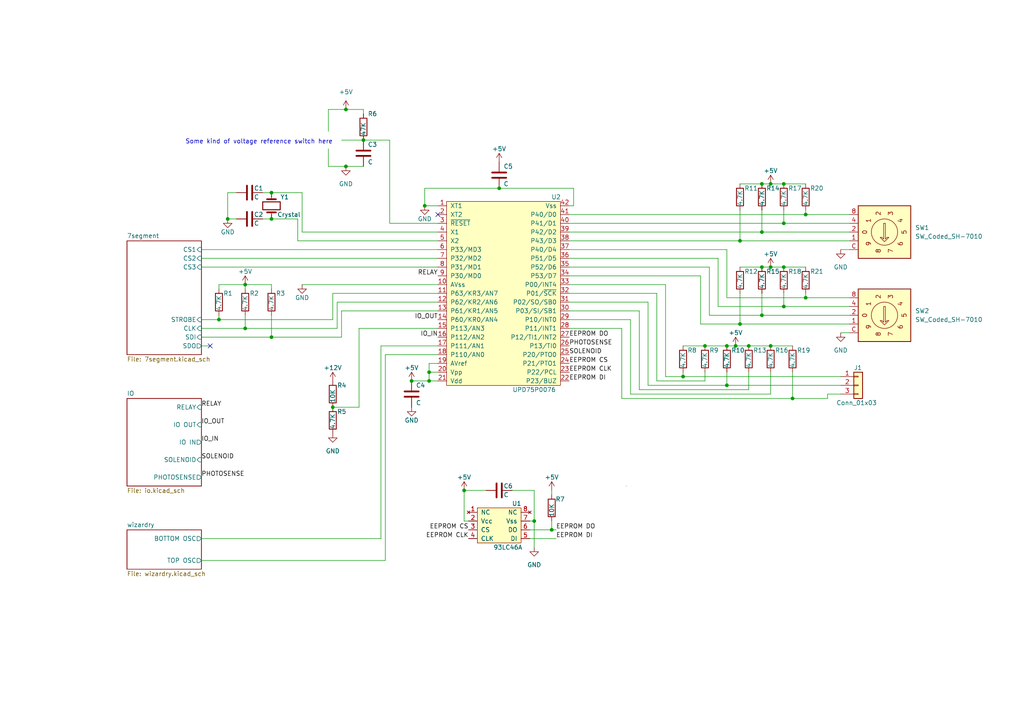
<source format=kicad_sch>
(kicad_sch (version 20211123) (generator eeschema)

  (uuid 22067f2e-3cff-42e7-9b72-b7f9ac09013f)

  (paper "A4")

  (lib_symbols
    (symbol "Connector_Generic:Conn_01x03" (pin_names (offset 1.016) hide) (in_bom yes) (on_board yes)
      (property "Reference" "J" (id 0) (at 0 5.08 0)
        (effects (font (size 1.27 1.27)))
      )
      (property "Value" "Conn_01x03" (id 1) (at 0 -5.08 0)
        (effects (font (size 1.27 1.27)))
      )
      (property "Footprint" "" (id 2) (at 0 0 0)
        (effects (font (size 1.27 1.27)) hide)
      )
      (property "Datasheet" "~" (id 3) (at 0 0 0)
        (effects (font (size 1.27 1.27)) hide)
      )
      (property "ki_keywords" "connector" (id 4) (at 0 0 0)
        (effects (font (size 1.27 1.27)) hide)
      )
      (property "ki_description" "Generic connector, single row, 01x03, script generated (kicad-library-utils/schlib/autogen/connector/)" (id 5) (at 0 0 0)
        (effects (font (size 1.27 1.27)) hide)
      )
      (property "ki_fp_filters" "Connector*:*_1x??_*" (id 6) (at 0 0 0)
        (effects (font (size 1.27 1.27)) hide)
      )
      (symbol "Conn_01x03_1_1"
        (rectangle (start -1.27 -2.413) (end 0 -2.667)
          (stroke (width 0.1524) (type default) (color 0 0 0 0))
          (fill (type none))
        )
        (rectangle (start -1.27 0.127) (end 0 -0.127)
          (stroke (width 0.1524) (type default) (color 0 0 0 0))
          (fill (type none))
        )
        (rectangle (start -1.27 2.667) (end 0 2.413)
          (stroke (width 0.1524) (type default) (color 0 0 0 0))
          (fill (type none))
        )
        (rectangle (start -1.27 3.81) (end 1.27 -3.81)
          (stroke (width 0.254) (type default) (color 0 0 0 0))
          (fill (type background))
        )
        (pin passive line (at -5.08 2.54 0) (length 3.81)
          (name "Pin_1" (effects (font (size 1.27 1.27))))
          (number "1" (effects (font (size 1.27 1.27))))
        )
        (pin passive line (at -5.08 0 0) (length 3.81)
          (name "Pin_2" (effects (font (size 1.27 1.27))))
          (number "2" (effects (font (size 1.27 1.27))))
        )
        (pin passive line (at -5.08 -2.54 0) (length 3.81)
          (name "Pin_3" (effects (font (size 1.27 1.27))))
          (number "3" (effects (font (size 1.27 1.27))))
        )
      )
    )
    (symbol "Device:C" (pin_numbers hide) (pin_names (offset 0.254)) (in_bom yes) (on_board yes)
      (property "Reference" "C" (id 0) (at 0.635 2.54 0)
        (effects (font (size 1.27 1.27)) (justify left))
      )
      (property "Value" "C" (id 1) (at 0.635 -2.54 0)
        (effects (font (size 1.27 1.27)) (justify left))
      )
      (property "Footprint" "" (id 2) (at 0.9652 -3.81 0)
        (effects (font (size 1.27 1.27)) hide)
      )
      (property "Datasheet" "~" (id 3) (at 0 0 0)
        (effects (font (size 1.27 1.27)) hide)
      )
      (property "ki_keywords" "cap capacitor" (id 4) (at 0 0 0)
        (effects (font (size 1.27 1.27)) hide)
      )
      (property "ki_description" "Unpolarized capacitor" (id 5) (at 0 0 0)
        (effects (font (size 1.27 1.27)) hide)
      )
      (property "ki_fp_filters" "C_*" (id 6) (at 0 0 0)
        (effects (font (size 1.27 1.27)) hide)
      )
      (symbol "C_0_1"
        (polyline
          (pts
            (xy -2.032 -0.762)
            (xy 2.032 -0.762)
          )
          (stroke (width 0.508) (type default) (color 0 0 0 0))
          (fill (type none))
        )
        (polyline
          (pts
            (xy -2.032 0.762)
            (xy 2.032 0.762)
          )
          (stroke (width 0.508) (type default) (color 0 0 0 0))
          (fill (type none))
        )
      )
      (symbol "C_1_1"
        (pin passive line (at 0 3.81 270) (length 2.794)
          (name "~" (effects (font (size 1.27 1.27))))
          (number "1" (effects (font (size 1.27 1.27))))
        )
        (pin passive line (at 0 -3.81 90) (length 2.794)
          (name "~" (effects (font (size 1.27 1.27))))
          (number "2" (effects (font (size 1.27 1.27))))
        )
      )
    )
    (symbol "Device:Crystal" (pin_numbers hide) (pin_names (offset 1.016) hide) (in_bom yes) (on_board yes)
      (property "Reference" "Y" (id 0) (at 0 3.81 0)
        (effects (font (size 1.27 1.27)))
      )
      (property "Value" "Crystal" (id 1) (at 0 -3.81 0)
        (effects (font (size 1.27 1.27)))
      )
      (property "Footprint" "" (id 2) (at 0 0 0)
        (effects (font (size 1.27 1.27)) hide)
      )
      (property "Datasheet" "~" (id 3) (at 0 0 0)
        (effects (font (size 1.27 1.27)) hide)
      )
      (property "ki_keywords" "quartz ceramic resonator oscillator" (id 4) (at 0 0 0)
        (effects (font (size 1.27 1.27)) hide)
      )
      (property "ki_description" "Two pin crystal" (id 5) (at 0 0 0)
        (effects (font (size 1.27 1.27)) hide)
      )
      (property "ki_fp_filters" "Crystal*" (id 6) (at 0 0 0)
        (effects (font (size 1.27 1.27)) hide)
      )
      (symbol "Crystal_0_1"
        (rectangle (start -1.143 2.54) (end 1.143 -2.54)
          (stroke (width 0.3048) (type default) (color 0 0 0 0))
          (fill (type none))
        )
        (polyline
          (pts
            (xy -2.54 0)
            (xy -1.905 0)
          )
          (stroke (width 0) (type default) (color 0 0 0 0))
          (fill (type none))
        )
        (polyline
          (pts
            (xy -1.905 -1.27)
            (xy -1.905 1.27)
          )
          (stroke (width 0.508) (type default) (color 0 0 0 0))
          (fill (type none))
        )
        (polyline
          (pts
            (xy 1.905 -1.27)
            (xy 1.905 1.27)
          )
          (stroke (width 0.508) (type default) (color 0 0 0 0))
          (fill (type none))
        )
        (polyline
          (pts
            (xy 2.54 0)
            (xy 1.905 0)
          )
          (stroke (width 0) (type default) (color 0 0 0 0))
          (fill (type none))
        )
      )
      (symbol "Crystal_1_1"
        (pin passive line (at -3.81 0 0) (length 1.27)
          (name "1" (effects (font (size 1.27 1.27))))
          (number "1" (effects (font (size 1.27 1.27))))
        )
        (pin passive line (at 3.81 0 180) (length 1.27)
          (name "2" (effects (font (size 1.27 1.27))))
          (number "2" (effects (font (size 1.27 1.27))))
        )
      )
    )
    (symbol "Device:R" (pin_numbers hide) (pin_names (offset 0)) (in_bom yes) (on_board yes)
      (property "Reference" "R" (id 0) (at 2.032 0 90)
        (effects (font (size 1.27 1.27)))
      )
      (property "Value" "R" (id 1) (at 0 0 90)
        (effects (font (size 1.27 1.27)))
      )
      (property "Footprint" "" (id 2) (at -1.778 0 90)
        (effects (font (size 1.27 1.27)) hide)
      )
      (property "Datasheet" "~" (id 3) (at 0 0 0)
        (effects (font (size 1.27 1.27)) hide)
      )
      (property "ki_keywords" "R res resistor" (id 4) (at 0 0 0)
        (effects (font (size 1.27 1.27)) hide)
      )
      (property "ki_description" "Resistor" (id 5) (at 0 0 0)
        (effects (font (size 1.27 1.27)) hide)
      )
      (property "ki_fp_filters" "R_*" (id 6) (at 0 0 0)
        (effects (font (size 1.27 1.27)) hide)
      )
      (symbol "R_0_1"
        (rectangle (start -1.016 -2.54) (end 1.016 2.54)
          (stroke (width 0.254) (type default) (color 0 0 0 0))
          (fill (type none))
        )
      )
      (symbol "R_1_1"
        (pin passive line (at 0 3.81 270) (length 1.27)
          (name "~" (effects (font (size 1.27 1.27))))
          (number "1" (effects (font (size 1.27 1.27))))
        )
        (pin passive line (at 0 -3.81 90) (length 1.27)
          (name "~" (effects (font (size 1.27 1.27))))
          (number "2" (effects (font (size 1.27 1.27))))
        )
      )
    )
    (symbol "Switch:SW_Coded_SH-7010" (pin_names hide) (in_bom yes) (on_board yes)
      (property "Reference" "SW" (id 0) (at -7.62 8.89 0)
        (effects (font (size 1.27 1.27)) (justify left))
      )
      (property "Value" "SW_Coded_SH-7010" (id 1) (at -7.62 -8.89 0)
        (effects (font (size 1.27 1.27)) (justify left))
      )
      (property "Footprint" "" (id 2) (at -7.62 -11.43 0)
        (effects (font (size 1.27 1.27)) (justify left) hide)
      )
      (property "Datasheet" "https://www.nidec-copal-electronics.com/e/catalog/switch/sh-7000.pdf" (id 3) (at 0 0 0)
        (effects (font (size 1.27 1.27)) hide)
      )
      (property "ki_keywords" "rotary bcd Real" (id 4) (at 0 0 0)
        (effects (font (size 1.27 1.27)) hide)
      )
      (property "ki_description" "Rotary switch, 4-bit encoding, 10 positions, Real code" (id 5) (at 0 0 0)
        (effects (font (size 1.27 1.27)) hide)
      )
      (property "ki_fp_filters" "Nidec*Copal*SH*7010*" (id 6) (at 0 0 0)
        (effects (font (size 1.27 1.27)) hide)
      )
      (symbol "SW_Coded_SH-7010_0_0"
        (text "0" (at 5.715 0 2700)
          (effects (font (size 1.27 1.27)))
        )
        (text "1" (at 4.6228 -3.3528 2340)
          (effects (font (size 1.27 1.27)))
        )
        (text "2" (at 1.778 -5.4356 1980)
          (effects (font (size 1.27 1.27)))
        )
        (text "3" (at -1.778 -5.4356 1620)
          (effects (font (size 1.27 1.27)))
        )
        (text "4" (at -4.6228 -3.3528 1260)
          (effects (font (size 1.27 1.27)))
        )
        (text "5" (at -5.715 0 900)
          (effects (font (size 1.27 1.27)))
        )
        (text "6" (at -4.6228 3.3528 540)
          (effects (font (size 1.27 1.27)))
        )
        (text "7" (at -1.778 5.4356 180)
          (effects (font (size 1.27 1.27)))
        )
        (text "8" (at 1.778 5.4356 3420)
          (effects (font (size 1.27 1.27)))
        )
        (text "9" (at 4.6228 3.3528 3060)
          (effects (font (size 1.27 1.27)))
        )
      )
      (symbol "SW_Coded_SH-7010_0_1"
        (polyline
          (pts
            (xy -0.254 -2.54)
            (xy -0.254 2.032)
            (xy -0.762 1.524)
            (xy -1.27 1.524)
            (xy 0 2.794)
            (xy 1.27 1.524)
            (xy 0.762 1.524)
            (xy 0.254 2.032)
            (xy 0.254 -2.54)
            (xy -0.254 -2.54)
            (xy -0.254 -2.54)
          )
          (stroke (width 0) (type default) (color 0 0 0 0))
          (fill (type none))
        )
        (circle (center 0 0) (radius 3.81)
          (stroke (width 0) (type default) (color 0 0 0 0))
          (fill (type none))
        )
        (rectangle (start 7.62 7.62) (end -7.62 -7.62)
          (stroke (width 0.254) (type default) (color 0 0 0 0))
          (fill (type background))
        )
      )
      (symbol "SW_Coded_SH-7010_1_1"
        (pin passive line (at 10.16 2.54 180) (length 2.54)
          (name "1" (effects (font (size 1.27 1.27))))
          (number "1" (effects (font (size 1.27 1.27))))
        )
        (pin passive line (at 10.16 0 180) (length 2.54)
          (name "2" (effects (font (size 1.27 1.27))))
          (number "2" (effects (font (size 1.27 1.27))))
        )
        (pin passive line (at 10.16 -2.54 180) (length 2.54)
          (name "4" (effects (font (size 1.27 1.27))))
          (number "4" (effects (font (size 1.27 1.27))))
        )
        (pin passive line (at 10.16 -5.08 180) (length 2.54)
          (name "8" (effects (font (size 1.27 1.27))))
          (number "8" (effects (font (size 1.27 1.27))))
        )
        (pin passive line (at 10.16 5.08 180) (length 2.54)
          (name "C" (effects (font (size 1.27 1.27))))
          (number "C" (effects (font (size 1.27 1.27))))
        )
      )
    )
    (symbol "power:+12V" (power) (pin_names (offset 0)) (in_bom yes) (on_board yes)
      (property "Reference" "#PWR" (id 0) (at 0 -3.81 0)
        (effects (font (size 1.27 1.27)) hide)
      )
      (property "Value" "+12V" (id 1) (at 0 3.556 0)
        (effects (font (size 1.27 1.27)))
      )
      (property "Footprint" "" (id 2) (at 0 0 0)
        (effects (font (size 1.27 1.27)) hide)
      )
      (property "Datasheet" "" (id 3) (at 0 0 0)
        (effects (font (size 1.27 1.27)) hide)
      )
      (property "ki_keywords" "power-flag" (id 4) (at 0 0 0)
        (effects (font (size 1.27 1.27)) hide)
      )
      (property "ki_description" "Power symbol creates a global label with name \"+12V\"" (id 5) (at 0 0 0)
        (effects (font (size 1.27 1.27)) hide)
      )
      (symbol "+12V_0_1"
        (polyline
          (pts
            (xy -0.762 1.27)
            (xy 0 2.54)
          )
          (stroke (width 0) (type default) (color 0 0 0 0))
          (fill (type none))
        )
        (polyline
          (pts
            (xy 0 0)
            (xy 0 2.54)
          )
          (stroke (width 0) (type default) (color 0 0 0 0))
          (fill (type none))
        )
        (polyline
          (pts
            (xy 0 2.54)
            (xy 0.762 1.27)
          )
          (stroke (width 0) (type default) (color 0 0 0 0))
          (fill (type none))
        )
      )
      (symbol "+12V_1_1"
        (pin power_in line (at 0 0 90) (length 0) hide
          (name "+12V" (effects (font (size 1.27 1.27))))
          (number "1" (effects (font (size 1.27 1.27))))
        )
      )
    )
    (symbol "power:+5V" (power) (pin_names (offset 0)) (in_bom yes) (on_board yes)
      (property "Reference" "#PWR" (id 0) (at 0 -3.81 0)
        (effects (font (size 1.27 1.27)) hide)
      )
      (property "Value" "+5V" (id 1) (at 0 3.556 0)
        (effects (font (size 1.27 1.27)))
      )
      (property "Footprint" "" (id 2) (at 0 0 0)
        (effects (font (size 1.27 1.27)) hide)
      )
      (property "Datasheet" "" (id 3) (at 0 0 0)
        (effects (font (size 1.27 1.27)) hide)
      )
      (property "ki_keywords" "power-flag" (id 4) (at 0 0 0)
        (effects (font (size 1.27 1.27)) hide)
      )
      (property "ki_description" "Power symbol creates a global label with name \"+5V\"" (id 5) (at 0 0 0)
        (effects (font (size 1.27 1.27)) hide)
      )
      (symbol "+5V_0_1"
        (polyline
          (pts
            (xy -0.762 1.27)
            (xy 0 2.54)
          )
          (stroke (width 0) (type default) (color 0 0 0 0))
          (fill (type none))
        )
        (polyline
          (pts
            (xy 0 0)
            (xy 0 2.54)
          )
          (stroke (width 0) (type default) (color 0 0 0 0))
          (fill (type none))
        )
        (polyline
          (pts
            (xy 0 2.54)
            (xy 0.762 1.27)
          )
          (stroke (width 0) (type default) (color 0 0 0 0))
          (fill (type none))
        )
      )
      (symbol "+5V_1_1"
        (pin power_in line (at 0 0 90) (length 0) hide
          (name "+5V" (effects (font (size 1.27 1.27))))
          (number "1" (effects (font (size 1.27 1.27))))
        )
      )
    )
    (symbol "power:GND" (power) (pin_names (offset 0)) (in_bom yes) (on_board yes)
      (property "Reference" "#PWR" (id 0) (at 0 -6.35 0)
        (effects (font (size 1.27 1.27)) hide)
      )
      (property "Value" "GND" (id 1) (at 0 -3.81 0)
        (effects (font (size 1.27 1.27)))
      )
      (property "Footprint" "" (id 2) (at 0 0 0)
        (effects (font (size 1.27 1.27)) hide)
      )
      (property "Datasheet" "" (id 3) (at 0 0 0)
        (effects (font (size 1.27 1.27)) hide)
      )
      (property "ki_keywords" "power-flag" (id 4) (at 0 0 0)
        (effects (font (size 1.27 1.27)) hide)
      )
      (property "ki_description" "Power symbol creates a global label with name \"GND\" , ground" (id 5) (at 0 0 0)
        (effects (font (size 1.27 1.27)) hide)
      )
      (symbol "GND_0_1"
        (polyline
          (pts
            (xy 0 0)
            (xy 0 -1.27)
            (xy 1.27 -1.27)
            (xy 0 -2.54)
            (xy -1.27 -1.27)
            (xy 0 -1.27)
          )
          (stroke (width 0) (type default) (color 0 0 0 0))
          (fill (type none))
        )
      )
      (symbol "GND_1_1"
        (pin power_in line (at 0 0 270) (length 0) hide
          (name "GND" (effects (font (size 1.27 1.27))))
          (number "1" (effects (font (size 1.27 1.27))))
        )
      )
    )
    (symbol "symbols:93LC46A" (pin_names (offset 1.02)) (in_bom yes) (on_board yes)
      (property "Reference" "U" (id 0) (at 5.08 6.35 0)
        (effects (font (size 1.27 1.27)))
      )
      (property "Value" "93LC46A" (id 1) (at 2.54 -6.35 0)
        (effects (font (size 1.27 1.27)))
      )
      (property "Footprint" "" (id 2) (at 0 0 0)
        (effects (font (size 1.27 1.27)) hide)
      )
      (property "Datasheet" "" (id 3) (at 0 0 0)
        (effects (font (size 1.27 1.27)) hide)
      )
      (symbol "93LC46A_0_1"
        (rectangle (start -6.35 5.08) (end 6.35 -5.08)
          (stroke (width 0) (type default) (color 0 0 0 0))
          (fill (type background))
        )
        (rectangle (start 36.83 11.43) (end 36.83 11.43)
          (stroke (width 0) (type default) (color 0 0 0 0))
          (fill (type none))
        )
      )
      (symbol "93LC46A_1_1"
        (pin no_connect line (at -8.89 3.81 0) (length 2.54)
          (name "NC" (effects (font (size 1.27 1.27))))
          (number "1" (effects (font (size 1.27 1.27))))
        )
        (pin input line (at -8.89 1.27 0) (length 2.54)
          (name "Vcc" (effects (font (size 1.27 1.27))))
          (number "2" (effects (font (size 1.27 1.27))))
        )
        (pin input line (at -8.89 -1.27 0) (length 2.54)
          (name "CS" (effects (font (size 1.27 1.27))))
          (number "3" (effects (font (size 1.27 1.27))))
        )
        (pin input line (at -8.89 -3.81 0) (length 2.54)
          (name "CLK" (effects (font (size 1.27 1.27))))
          (number "4" (effects (font (size 1.27 1.27))))
        )
        (pin input line (at 8.89 -3.81 180) (length 2.54)
          (name "DI" (effects (font (size 1.27 1.27))))
          (number "5" (effects (font (size 1.27 1.27))))
        )
        (pin output line (at 8.89 -1.27 180) (length 2.54)
          (name "DO" (effects (font (size 1.27 1.27))))
          (number "6" (effects (font (size 1.27 1.27))))
        )
        (pin input line (at 8.89 1.27 180) (length 2.54)
          (name "Vss" (effects (font (size 1.27 1.27))))
          (number "7" (effects (font (size 1.27 1.27))))
        )
        (pin no_connect line (at 8.89 3.81 180) (length 2.54)
          (name "NC" (effects (font (size 1.27 1.27))))
          (number "8" (effects (font (size 1.27 1.27))))
        )
      )
    )
    (symbol "symbols:UPD75P0076" (pin_names (offset 1.04)) (in_bom yes) (on_board yes)
      (property "Reference" "U" (id 0) (at 15.24 27.94 0)
        (effects (font (size 1.27 1.27)))
      )
      (property "Value" "UPD75P0076" (id 1) (at 10.16 -27.94 0)
        (effects (font (size 1.27 1.27)))
      )
      (property "Footprint" "" (id 2) (at -2.54 27.94 0)
        (effects (font (size 1.27 1.27)) hide)
      )
      (property "Datasheet" "" (id 3) (at -2.54 27.94 0)
        (effects (font (size 1.27 1.27)) hide)
      )
      (symbol "UPD75P0076_0_1"
        (rectangle (start -16.51 26.67) (end 16.51 -26.67)
          (stroke (width 0) (type default) (color 0 0 0 0))
          (fill (type background))
        )
      )
      (symbol "UPD75P0076_1_1"
        (pin input line (at -19.05 25.4 0) (length 2.54)
          (name "XT1" (effects (font (size 1.27 1.27))))
          (number "1" (effects (font (size 1.27 1.27))))
        )
        (pin input line (at -19.05 2.54 0) (length 2.54)
          (name "AVss" (effects (font (size 1.27 1.27))))
          (number "10" (effects (font (size 1.27 1.27))))
        )
        (pin bidirectional line (at -19.05 0 0) (length 2.54)
          (name "P63/KR3/AN7" (effects (font (size 1.27 1.27))))
          (number "11" (effects (font (size 1.27 1.27))))
        )
        (pin bidirectional line (at -19.05 -2.54 0) (length 2.54)
          (name "P62/KR2/AN6" (effects (font (size 1.27 1.27))))
          (number "12" (effects (font (size 1.27 1.27))))
        )
        (pin bidirectional line (at -19.05 -5.08 0) (length 2.54)
          (name "P61/KR1/AN5" (effects (font (size 1.27 1.27))))
          (number "13" (effects (font (size 1.27 1.27))))
        )
        (pin bidirectional line (at -19.05 -7.62 0) (length 2.54)
          (name "P60/KR0/AN4" (effects (font (size 1.27 1.27))))
          (number "14" (effects (font (size 1.27 1.27))))
        )
        (pin input line (at -19.05 -10.16 0) (length 2.54)
          (name "P113/AN3" (effects (font (size 1.27 1.27))))
          (number "15" (effects (font (size 1.27 1.27))))
        )
        (pin input line (at -19.05 -12.7 0) (length 2.54)
          (name "P112/AN2" (effects (font (size 1.27 1.27))))
          (number "16" (effects (font (size 1.27 1.27))))
        )
        (pin input line (at -19.05 -15.24 0) (length 2.54)
          (name "P111/AN1" (effects (font (size 1.27 1.27))))
          (number "17" (effects (font (size 1.27 1.27))))
        )
        (pin input line (at -19.05 -17.78 0) (length 2.54)
          (name "P110/AN0" (effects (font (size 1.27 1.27))))
          (number "18" (effects (font (size 1.27 1.27))))
        )
        (pin input line (at -19.05 -20.32 0) (length 2.54)
          (name "AVref" (effects (font (size 1.27 1.27))))
          (number "19" (effects (font (size 1.27 1.27))))
        )
        (pin unspecified line (at -19.05 22.86 0) (length 2.54)
          (name "XT2" (effects (font (size 1.27 1.27))))
          (number "2" (effects (font (size 1.27 1.27))))
        )
        (pin input line (at -19.05 -22.86 0) (length 2.54)
          (name "Vpp" (effects (font (size 1.27 1.27))))
          (number "20" (effects (font (size 1.27 1.27))))
        )
        (pin input line (at -19.05 -25.4 0) (length 2.54)
          (name "Vdd" (effects (font (size 1.27 1.27))))
          (number "21" (effects (font (size 1.27 1.27))))
        )
        (pin bidirectional line (at 19.05 -25.4 180) (length 2.54)
          (name "P23/BUZ" (effects (font (size 1.27 1.27))))
          (number "22" (effects (font (size 1.27 1.27))))
        )
        (pin bidirectional line (at 19.05 -22.86 180) (length 2.54)
          (name "P22/PCL" (effects (font (size 1.27 1.27))))
          (number "23" (effects (font (size 1.27 1.27))))
        )
        (pin bidirectional line (at 19.05 -20.32 180) (length 2.54)
          (name "P21/PTO1" (effects (font (size 1.27 1.27))))
          (number "24" (effects (font (size 1.27 1.27))))
        )
        (pin bidirectional line (at 19.05 -17.78 180) (length 2.54)
          (name "P20/PTO0" (effects (font (size 1.27 1.27))))
          (number "25" (effects (font (size 1.27 1.27))))
        )
        (pin bidirectional line (at 19.05 -15.24 180) (length 2.54)
          (name "P13/TI0" (effects (font (size 1.27 1.27))))
          (number "26" (effects (font (size 1.27 1.27))))
        )
        (pin bidirectional line (at 19.05 -12.7 180) (length 2.54)
          (name "P12/TI1/INT2" (effects (font (size 1.27 1.27))))
          (number "27" (effects (font (size 1.27 1.27))))
        )
        (pin bidirectional line (at 19.05 -10.16 180) (length 2.54)
          (name "P11/INT1" (effects (font (size 1.27 1.27))))
          (number "28" (effects (font (size 1.27 1.27))))
        )
        (pin bidirectional line (at 19.05 -7.62 180) (length 2.54)
          (name "P10/INT0" (effects (font (size 1.27 1.27))))
          (number "29" (effects (font (size 1.27 1.27))))
        )
        (pin input line (at -19.05 20.32 0) (length 2.54)
          (name "~{RESET}" (effects (font (size 1.27 1.27))))
          (number "3" (effects (font (size 1.27 1.27))))
        )
        (pin bidirectional line (at 19.05 -5.08 180) (length 2.54)
          (name "P03/SI/SB1" (effects (font (size 1.27 1.27))))
          (number "30" (effects (font (size 1.27 1.27))))
        )
        (pin bidirectional line (at 19.05 -2.54 180) (length 2.54)
          (name "P02/SO/SB0" (effects (font (size 1.27 1.27))))
          (number "31" (effects (font (size 1.27 1.27))))
        )
        (pin bidirectional line (at 19.05 0 180) (length 2.54)
          (name "P01/~{SCK}" (effects (font (size 1.27 1.27))))
          (number "32" (effects (font (size 1.27 1.27))))
        )
        (pin bidirectional line (at 19.05 2.54 180) (length 2.54)
          (name "P00/INT4" (effects (font (size 1.27 1.27))))
          (number "33" (effects (font (size 1.27 1.27))))
        )
        (pin bidirectional line (at 19.05 5.08 180) (length 2.54)
          (name "P53/D7" (effects (font (size 1.27 1.27))))
          (number "34" (effects (font (size 1.27 1.27))))
        )
        (pin bidirectional line (at 19.05 7.62 180) (length 2.54)
          (name "P52/D6" (effects (font (size 1.27 1.27))))
          (number "35" (effects (font (size 1.27 1.27))))
        )
        (pin bidirectional line (at 19.05 10.16 180) (length 2.54)
          (name "P51/D5" (effects (font (size 1.27 1.27))))
          (number "36" (effects (font (size 1.27 1.27))))
        )
        (pin bidirectional line (at 19.05 12.7 180) (length 2.54)
          (name "P40/D4" (effects (font (size 1.27 1.27))))
          (number "37" (effects (font (size 1.27 1.27))))
        )
        (pin bidirectional line (at 19.05 15.24 180) (length 2.54)
          (name "P43/D3" (effects (font (size 1.27 1.27))))
          (number "38" (effects (font (size 1.27 1.27))))
        )
        (pin bidirectional line (at 19.05 17.78 180) (length 2.54)
          (name "P42/D2" (effects (font (size 1.27 1.27))))
          (number "39" (effects (font (size 1.27 1.27))))
        )
        (pin input line (at -19.05 17.78 0) (length 2.54)
          (name "X1" (effects (font (size 1.27 1.27))))
          (number "4" (effects (font (size 1.27 1.27))))
        )
        (pin bidirectional line (at 19.05 20.32 180) (length 2.54)
          (name "P41/D1" (effects (font (size 1.27 1.27))))
          (number "40" (effects (font (size 1.27 1.27))))
        )
        (pin bidirectional line (at 19.05 22.86 180) (length 2.54)
          (name "P40/D0" (effects (font (size 1.27 1.27))))
          (number "41" (effects (font (size 1.27 1.27))))
        )
        (pin input line (at 19.05 25.4 180) (length 2.54)
          (name "Vss" (effects (font (size 1.27 1.27))))
          (number "42" (effects (font (size 1.27 1.27))))
        )
        (pin input line (at -19.05 15.24 0) (length 2.54)
          (name "X2" (effects (font (size 1.27 1.27))))
          (number "5" (effects (font (size 1.27 1.27))))
        )
        (pin bidirectional line (at -19.05 12.7 0) (length 2.54)
          (name "P33/MD3" (effects (font (size 1.27 1.27))))
          (number "6" (effects (font (size 1.27 1.27))))
        )
        (pin bidirectional line (at -19.05 10.16 0) (length 2.54)
          (name "P32/MD2" (effects (font (size 1.27 1.27))))
          (number "7" (effects (font (size 1.27 1.27))))
        )
        (pin bidirectional line (at -19.05 7.62 0) (length 2.54)
          (name "P31/MD1" (effects (font (size 1.27 1.27))))
          (number "8" (effects (font (size 1.27 1.27))))
        )
        (pin bidirectional line (at -19.05 5.08 0) (length 2.54)
          (name "P30/MD0" (effects (font (size 1.27 1.27))))
          (number "9" (effects (font (size 1.27 1.27))))
        )
      )
    )
  )

  (junction (at 223.52 53.34) (diameter 0) (color 0 0 0 0)
    (uuid 0330da47-f417-41e3-94d4-d67dd1895688)
  )
  (junction (at 214.63 69.85) (diameter 0) (color 0 0 0 0)
    (uuid 0448c137-87bb-43f3-b4a6-c687938f63ef)
  )
  (junction (at 160.02 153.67) (diameter 0) (color 0 0 0 0)
    (uuid 0ba1303d-872a-4278-ab03-ca1a5086f664)
  )
  (junction (at 78.74 55.88) (diameter 0) (color 0 0 0 0)
    (uuid 0dec7c6e-205e-47c8-8334-253ae8ff8920)
  )
  (junction (at 154.94 151.13) (diameter 0) (color 0 0 0 0)
    (uuid 0dfca983-8815-4c3d-ad28-0a97478ff578)
  )
  (junction (at 78.74 97.79) (diameter 0) (color 0 0 0 0)
    (uuid 17aa9d77-4964-4591-b2f5-7dd60e004749)
  )
  (junction (at 100.33 48.26) (diameter 0) (color 0 0 0 0)
    (uuid 23e55283-c69f-45d9-9bb3-52f4f8808e6f)
  )
  (junction (at 233.68 86.36) (diameter 0) (color 0 0 0 0)
    (uuid 24da82f4-9e08-4fe4-b133-452325a906bb)
  )
  (junction (at 210.82 100.33) (diameter 0) (color 0 0 0 0)
    (uuid 254b9011-008b-4646-b1ed-30087259529b)
  )
  (junction (at 227.33 77.47) (diameter 0) (color 0 0 0 0)
    (uuid 29dcebb1-ba9f-4ca8-a329-dfde9f57d74f)
  )
  (junction (at 223.52 77.47) (diameter 0) (color 0 0 0 0)
    (uuid 2d17bb38-9de8-4f72-8739-b33e97237e77)
  )
  (junction (at 210.82 111.76) (diameter 0) (color 0 0 0 0)
    (uuid 3a48e108-e0ce-45e8-b68c-df6d616191df)
  )
  (junction (at 223.52 100.33) (diameter 0) (color 0 0 0 0)
    (uuid 47829ded-bfa8-4ba4-8adf-f62dd643b9a4)
  )
  (junction (at 220.98 77.47) (diameter 0) (color 0 0 0 0)
    (uuid 48ae9d3a-8d49-430a-ad18-3425c49a1684)
  )
  (junction (at 198.12 109.22) (diameter 0) (color 0 0 0 0)
    (uuid 65bd73e8-e665-47a3-a01b-ba8658f63407)
  )
  (junction (at 204.47 100.33) (diameter 0) (color 0 0 0 0)
    (uuid 6c403e0c-d8a6-492d-8f06-5dfaf1595ef6)
  )
  (junction (at 227.33 53.34) (diameter 0) (color 0 0 0 0)
    (uuid 711a2141-7d92-4572-940f-a13badac4626)
  )
  (junction (at 71.12 82.55) (diameter 0) (color 0 0 0 0)
    (uuid 759e8178-c96f-4239-85dc-55838aed4161)
  )
  (junction (at 144.78 54.61) (diameter 0) (color 0 0 0 0)
    (uuid 77353625-6d76-4683-92a7-585bdce8c478)
  )
  (junction (at 227.33 88.9) (diameter 0) (color 0 0 0 0)
    (uuid 776a8424-a8b0-4dde-a3f7-156a2f5c2b6f)
  )
  (junction (at 100.33 31.75) (diameter 0) (color 0 0 0 0)
    (uuid 784db991-908a-432b-b849-a9157b265f16)
  )
  (junction (at 220.98 53.34) (diameter 0) (color 0 0 0 0)
    (uuid 7c69d68d-1f09-457a-8976-9d4d78ca0f9b)
  )
  (junction (at 63.5 92.71) (diameter 0) (color 0 0 0 0)
    (uuid 7c6dfc18-d87a-4111-89be-4c6aa7519ce6)
  )
  (junction (at 124.46 110.49) (diameter 0) (color 0 0 0 0)
    (uuid 82eaab57-c9ed-4f69-a54d-ceff6d530dbf)
  )
  (junction (at 134.62 142.24) (diameter 0) (color 0 0 0 0)
    (uuid 845d04dc-0570-4011-a543-bc7700818f42)
  )
  (junction (at 96.52 118.11) (diameter 0) (color 0 0 0 0)
    (uuid 88e66e02-8bde-41da-a00a-c7b12489ae6d)
  )
  (junction (at 217.17 100.33) (diameter 0) (color 0 0 0 0)
    (uuid 961df50c-e8cc-4ea2-99f9-f28f8d73e1ab)
  )
  (junction (at 66.04 63.5) (diameter 0) (color 0 0 0 0)
    (uuid 9d44e9b4-43c0-4f2d-a421-f75c1ca52462)
  )
  (junction (at 214.63 93.98) (diameter 0) (color 0 0 0 0)
    (uuid a8baf0c0-d676-466b-98aa-f487f4102695)
  )
  (junction (at 233.68 62.23) (diameter 0) (color 0 0 0 0)
    (uuid b92a082c-2896-4798-b1eb-9372b95c8c33)
  )
  (junction (at 105.41 40.64) (diameter 0) (color 0 0 0 0)
    (uuid bb1c21d6-135b-4e12-832d-64039650c494)
  )
  (junction (at 124.46 107.95) (diameter 0) (color 0 0 0 0)
    (uuid bf9fcae2-a326-45c9-81c3-cdc5c2d05af3)
  )
  (junction (at 227.33 64.77) (diameter 0) (color 0 0 0 0)
    (uuid c0a6eab3-3c53-49d1-b29e-673110fdf113)
  )
  (junction (at 71.12 95.25) (diameter 0) (color 0 0 0 0)
    (uuid cc7eb6c7-7879-4d0f-84ea-37a7e78132b5)
  )
  (junction (at 78.74 63.5) (diameter 0) (color 0 0 0 0)
    (uuid dc967a61-6211-4d65-ae08-aa10701be911)
  )
  (junction (at 213.36 100.33) (diameter 0) (color 0 0 0 0)
    (uuid de89df27-646d-400a-9577-48ea4bd5c8cd)
  )
  (junction (at 220.98 91.44) (diameter 0) (color 0 0 0 0)
    (uuid de9b30f7-5871-471a-99db-4ddbf7ebf868)
  )
  (junction (at 123.19 59.69) (diameter 0) (color 0 0 0 0)
    (uuid f25369fc-cd87-49f6-aca9-a32d711bebf1)
  )
  (junction (at 119.38 110.49) (diameter 0) (color 0 0 0 0)
    (uuid f3376cef-dd30-4fd5-8095-37cdb5371e5a)
  )
  (junction (at 229.87 115.57) (diameter 0) (color 0 0 0 0)
    (uuid f6ea4a96-ef5f-43fd-a8fb-ed17cbff45aa)
  )
  (junction (at 220.98 67.31) (diameter 0) (color 0 0 0 0)
    (uuid fa0480af-c8bd-4d99-80a4-5a6c41d4abfa)
  )

  (no_connect (at 127 62.23) (uuid 02862e69-df18-4401-b8ca-fb58042213a6))
  (no_connect (at 60.96 100.33) (uuid 7dad75c7-d8f1-4187-bb56-49b6c2bc28ef))

  (wire (pts (xy 180.34 115.57) (xy 229.87 115.57))
    (stroke (width 0) (type default) (color 0 0 0 0))
    (uuid 0282340a-e42b-4758-8e83-31ed814dde29)
  )
  (wire (pts (xy 104.14 95.25) (xy 104.14 118.11))
    (stroke (width 0) (type default) (color 0 0 0 0))
    (uuid 05826bac-ed7c-47ea-aad8-164b62a34731)
  )
  (wire (pts (xy 227.33 77.47) (xy 233.68 77.47))
    (stroke (width 0) (type default) (color 0 0 0 0))
    (uuid 0741a83f-b6b4-4163-8ef5-e56a5b3909af)
  )
  (wire (pts (xy 240.03 115.57) (xy 240.03 114.3))
    (stroke (width 0) (type default) (color 0 0 0 0))
    (uuid 098262a9-9edb-41e1-9813-701751e8f695)
  )
  (wire (pts (xy 110.49 100.33) (xy 110.49 156.21))
    (stroke (width 0) (type default) (color 0 0 0 0))
    (uuid 0d5bb852-feaa-4e3d-b21d-3e91b6312aa5)
  )
  (wire (pts (xy 243.84 72.39) (xy 246.38 72.39))
    (stroke (width 0) (type default) (color 0 0 0 0))
    (uuid 0d95005c-8799-429e-95d8-f8b55bfa0db4)
  )
  (wire (pts (xy 223.52 114.3) (xy 182.88 114.3))
    (stroke (width 0) (type default) (color 0 0 0 0))
    (uuid 0ecb9fff-3fb2-47fa-bbb5-ba1a5a0fc24d)
  )
  (wire (pts (xy 99.06 40.64) (xy 105.41 40.64))
    (stroke (width 0) (type default) (color 0 0 0 0))
    (uuid 0f56377e-a754-42f9-a874-5845dbd4fabc)
  )
  (wire (pts (xy 227.33 53.34) (xy 233.68 53.34))
    (stroke (width 0) (type default) (color 0 0 0 0))
    (uuid 101fdeef-5ce7-4e46-b6b8-3ccb2ff38a30)
  )
  (wire (pts (xy 233.68 60.96) (xy 233.68 62.23))
    (stroke (width 0) (type default) (color 0 0 0 0))
    (uuid 11ce4584-5311-460b-a012-3748e393cfdf)
  )
  (wire (pts (xy 210.82 111.76) (xy 243.84 111.76))
    (stroke (width 0) (type default) (color 0 0 0 0))
    (uuid 127ffa7a-cca7-4023-b198-87ee0044c701)
  )
  (wire (pts (xy 220.98 85.09) (xy 220.98 91.44))
    (stroke (width 0) (type default) (color 0 0 0 0))
    (uuid 13352be8-8b96-438f-8e3e-a572e2e0d319)
  )
  (wire (pts (xy 134.62 151.13) (xy 135.89 151.13))
    (stroke (width 0) (type default) (color 0 0 0 0))
    (uuid 13664552-eef4-4d63-a8bd-025764fec79a)
  )
  (wire (pts (xy 58.42 156.21) (xy 110.49 156.21))
    (stroke (width 0) (type default) (color 0 0 0 0))
    (uuid 14dad16a-71d2-4c1f-b4b7-9c1124785484)
  )
  (wire (pts (xy 127 90.17) (xy 99.06 90.17))
    (stroke (width 0) (type default) (color 0 0 0 0))
    (uuid 1520ef45-fbec-4cac-84e7-d315e29b42ca)
  )
  (wire (pts (xy 180.34 95.25) (xy 180.34 115.57))
    (stroke (width 0) (type default) (color 0 0 0 0))
    (uuid 17827a04-e61f-4529-9fae-1d3552a13e96)
  )
  (wire (pts (xy 160.02 153.67) (xy 161.29 153.67))
    (stroke (width 0) (type default) (color 0 0 0 0))
    (uuid 17d879a3-7d06-4935-9fbd-b91ec1a3f1e1)
  )
  (wire (pts (xy 213.36 100.33) (xy 217.17 100.33))
    (stroke (width 0) (type default) (color 0 0 0 0))
    (uuid 18dcc0bc-5e1e-432e-811b-2c78dd53a2f3)
  )
  (wire (pts (xy 99.06 90.17) (xy 99.06 97.79))
    (stroke (width 0) (type default) (color 0 0 0 0))
    (uuid 1933d7b7-c437-4cc3-881b-36bb0a7a5daa)
  )
  (wire (pts (xy 210.82 86.36) (xy 210.82 72.39))
    (stroke (width 0) (type default) (color 0 0 0 0))
    (uuid 1b9569ef-7be3-4411-934f-c3703b209d58)
  )
  (wire (pts (xy 198.12 109.22) (xy 243.84 109.22))
    (stroke (width 0) (type default) (color 0 0 0 0))
    (uuid 1e4a1e46-abe3-4e5b-8c7a-45977a457eac)
  )
  (wire (pts (xy 127 85.09) (xy 96.52 85.09))
    (stroke (width 0) (type default) (color 0 0 0 0))
    (uuid 1ee0469b-37ff-409d-9ca8-695305082007)
  )
  (wire (pts (xy 95.25 43.18) (xy 95.25 48.26))
    (stroke (width 0) (type default) (color 0 0 0 0))
    (uuid 1fa87043-d6ba-42f7-9b1b-a764385f7801)
  )
  (wire (pts (xy 97.79 87.63) (xy 127 87.63))
    (stroke (width 0) (type default) (color 0 0 0 0))
    (uuid 228cb023-b8b1-4a7d-863e-8c00a37192d1)
  )
  (wire (pts (xy 165.1 85.09) (xy 190.5 85.09))
    (stroke (width 0) (type default) (color 0 0 0 0))
    (uuid 230ba3ec-8e47-4903-956c-07063cb3afbb)
  )
  (wire (pts (xy 220.98 67.31) (xy 246.38 67.31))
    (stroke (width 0) (type default) (color 0 0 0 0))
    (uuid 23d9c408-2b00-4ca8-9aeb-cb307ceb1eb1)
  )
  (wire (pts (xy 214.63 53.34) (xy 220.98 53.34))
    (stroke (width 0) (type default) (color 0 0 0 0))
    (uuid 2ba0cd19-8325-462e-99a1-4f34b39bd634)
  )
  (wire (pts (xy 233.68 85.09) (xy 233.68 86.36))
    (stroke (width 0) (type default) (color 0 0 0 0))
    (uuid 2c717fbe-fecb-43aa-b215-54cf0eeed53f)
  )
  (wire (pts (xy 210.82 111.76) (xy 187.96 111.76))
    (stroke (width 0) (type default) (color 0 0 0 0))
    (uuid 2da8d748-9a8d-4287-9154-67b49ea198a6)
  )
  (wire (pts (xy 223.52 53.34) (xy 227.33 53.34))
    (stroke (width 0) (type default) (color 0 0 0 0))
    (uuid 2e3fe8e3-efe2-4cf8-a5a5-9622f419fa40)
  )
  (wire (pts (xy 66.04 55.88) (xy 68.58 55.88))
    (stroke (width 0) (type default) (color 0 0 0 0))
    (uuid 2e751a70-f1d5-4208-b3a8-80112a1113ce)
  )
  (wire (pts (xy 193.04 109.22) (xy 198.12 109.22))
    (stroke (width 0) (type default) (color 0 0 0 0))
    (uuid 32adde8e-7e39-4235-8bdd-b02b603da1bc)
  )
  (wire (pts (xy 210.82 107.95) (xy 210.82 111.76))
    (stroke (width 0) (type default) (color 0 0 0 0))
    (uuid 35f005d8-e209-42e5-856e-214e8c1371fa)
  )
  (wire (pts (xy 165.1 80.01) (xy 203.2 80.01))
    (stroke (width 0) (type default) (color 0 0 0 0))
    (uuid 380544f3-7ff0-4d90-aec6-8fa544ec4749)
  )
  (wire (pts (xy 227.33 64.77) (xy 246.38 64.77))
    (stroke (width 0) (type default) (color 0 0 0 0))
    (uuid 389e08b4-30c8-44c5-b8e0-28da9d51731e)
  )
  (wire (pts (xy 127 95.25) (xy 104.14 95.25))
    (stroke (width 0) (type default) (color 0 0 0 0))
    (uuid 38a7fc3b-84a9-487d-be14-c57898669ce4)
  )
  (wire (pts (xy 220.98 53.34) (xy 223.52 53.34))
    (stroke (width 0) (type default) (color 0 0 0 0))
    (uuid 39741db1-a26d-4b06-afa7-2a0292b93ac3)
  )
  (wire (pts (xy 58.42 162.56) (xy 111.76 162.56))
    (stroke (width 0) (type default) (color 0 0 0 0))
    (uuid 39ce83b0-026f-487a-b71a-475e19842742)
  )
  (wire (pts (xy 243.84 96.52) (xy 246.38 96.52))
    (stroke (width 0) (type default) (color 0 0 0 0))
    (uuid 3cf4ddc7-bd65-4e7a-b434-26c7a0250707)
  )
  (wire (pts (xy 198.12 107.95) (xy 198.12 109.22))
    (stroke (width 0) (type default) (color 0 0 0 0))
    (uuid 3ea8d97f-10f1-4ff3-a6f7-ad281134844f)
  )
  (wire (pts (xy 205.74 77.47) (xy 165.1 77.47))
    (stroke (width 0) (type default) (color 0 0 0 0))
    (uuid 3ed1e5b1-2bd5-4bbf-82ca-d4e72dcdd16c)
  )
  (wire (pts (xy 208.28 88.9) (xy 227.33 88.9))
    (stroke (width 0) (type default) (color 0 0 0 0))
    (uuid 3f22f50d-c00f-40ed-ac0c-1f336f01c53a)
  )
  (wire (pts (xy 217.17 107.95) (xy 217.17 113.03))
    (stroke (width 0) (type default) (color 0 0 0 0))
    (uuid 42cd7b38-23ee-4481-81b9-868fc7e7d84b)
  )
  (wire (pts (xy 58.42 74.93) (xy 127 74.93))
    (stroke (width 0) (type default) (color 0 0 0 0))
    (uuid 432600b8-65ba-42b2-809e-b13ada069368)
  )
  (wire (pts (xy 119.38 110.49) (xy 124.46 110.49))
    (stroke (width 0) (type default) (color 0 0 0 0))
    (uuid 45d6f9f0-ba72-4514-b008-abada329d96e)
  )
  (wire (pts (xy 223.52 77.47) (xy 227.33 77.47))
    (stroke (width 0) (type default) (color 0 0 0 0))
    (uuid 4676f5de-78c4-4ca5-93d7-c76e2c8760b7)
  )
  (wire (pts (xy 165.1 67.31) (xy 220.98 67.31))
    (stroke (width 0) (type default) (color 0 0 0 0))
    (uuid 48104aa3-5df8-4da8-bcee-c933e9199214)
  )
  (wire (pts (xy 124.46 110.49) (xy 124.46 107.95))
    (stroke (width 0) (type default) (color 0 0 0 0))
    (uuid 4c42528e-7f61-4003-bca9-7f59bda61fb4)
  )
  (wire (pts (xy 229.87 107.95) (xy 229.87 115.57))
    (stroke (width 0) (type default) (color 0 0 0 0))
    (uuid 4d2b7f2e-181a-40f6-bfe2-6d861a284ee8)
  )
  (wire (pts (xy 208.28 74.93) (xy 208.28 88.9))
    (stroke (width 0) (type default) (color 0 0 0 0))
    (uuid 4debeeea-0ed1-4e82-aff1-24a0c3148a73)
  )
  (wire (pts (xy 203.2 93.98) (xy 214.63 93.98))
    (stroke (width 0) (type default) (color 0 0 0 0))
    (uuid 503da3af-0c35-4f28-9bd1-1502484c18f3)
  )
  (wire (pts (xy 148.59 142.24) (xy 154.94 142.24))
    (stroke (width 0) (type default) (color 0 0 0 0))
    (uuid 519daee9-bf77-4ac9-b75c-a126af7d4b75)
  )
  (wire (pts (xy 233.68 86.36) (xy 246.38 86.36))
    (stroke (width 0) (type default) (color 0 0 0 0))
    (uuid 52918cb3-4c58-4b7e-add9-f8f9abe97ddc)
  )
  (wire (pts (xy 154.94 142.24) (xy 154.94 151.13))
    (stroke (width 0) (type default) (color 0 0 0 0))
    (uuid 53aacdb6-81bb-480a-9901-e0238d0c37bd)
  )
  (wire (pts (xy 113.03 40.64) (xy 113.03 64.77))
    (stroke (width 0) (type default) (color 0 0 0 0))
    (uuid 55428727-aa89-4198-881d-1154f215a6a2)
  )
  (wire (pts (xy 127 69.85) (xy 86.36 69.85))
    (stroke (width 0) (type default) (color 0 0 0 0))
    (uuid 5652ddbf-5d89-4d72-80cd-838fcfc26773)
  )
  (wire (pts (xy 229.87 115.57) (xy 240.03 115.57))
    (stroke (width 0) (type default) (color 0 0 0 0))
    (uuid 57db1b88-f52a-4f62-b6aa-8764aa624a2c)
  )
  (wire (pts (xy 87.63 67.31) (xy 127 67.31))
    (stroke (width 0) (type default) (color 0 0 0 0))
    (uuid 57fcc72e-8322-4b6b-b251-fe7f5b28e2f0)
  )
  (wire (pts (xy 95.25 48.26) (xy 100.33 48.26))
    (stroke (width 0) (type default) (color 0 0 0 0))
    (uuid 5a0e152a-f84b-4bb7-97df-020e276dd804)
  )
  (wire (pts (xy 185.42 90.17) (xy 165.1 90.17))
    (stroke (width 0) (type default) (color 0 0 0 0))
    (uuid 5ba5bdd0-4700-489b-9d11-38952dcfe5af)
  )
  (wire (pts (xy 214.63 69.85) (xy 246.38 69.85))
    (stroke (width 0) (type default) (color 0 0 0 0))
    (uuid 5c01be64-b570-41fd-99e9-954fa0864f22)
  )
  (wire (pts (xy 144.78 54.61) (xy 166.37 54.61))
    (stroke (width 0) (type default) (color 0 0 0 0))
    (uuid 5c07c9b5-cb57-4c87-9f68-0d41fcaab162)
  )
  (wire (pts (xy 66.04 55.88) (xy 66.04 63.5))
    (stroke (width 0) (type default) (color 0 0 0 0))
    (uuid 5dcb8d60-0c01-44d6-adf0-315bc26e099c)
  )
  (wire (pts (xy 71.12 95.25) (xy 97.79 95.25))
    (stroke (width 0) (type default) (color 0 0 0 0))
    (uuid 60950609-1768-4b5d-b456-054a0dd9f307)
  )
  (wire (pts (xy 63.5 82.55) (xy 71.12 82.55))
    (stroke (width 0) (type default) (color 0 0 0 0))
    (uuid 64801c82-9968-4cf2-9b83-0eefaef8ebc0)
  )
  (wire (pts (xy 127 110.49) (xy 124.46 110.49))
    (stroke (width 0) (type default) (color 0 0 0 0))
    (uuid 65fb803a-532b-459a-be72-bca2336fee86)
  )
  (wire (pts (xy 134.62 142.24) (xy 140.97 142.24))
    (stroke (width 0) (type default) (color 0 0 0 0))
    (uuid 66388596-1e8e-4fa4-8f49-26fd13e4a95a)
  )
  (wire (pts (xy 78.74 83.82) (xy 78.74 82.55))
    (stroke (width 0) (type default) (color 0 0 0 0))
    (uuid 6769d916-84b4-4749-a331-88236eef8f41)
  )
  (wire (pts (xy 154.94 151.13) (xy 154.94 158.75))
    (stroke (width 0) (type default) (color 0 0 0 0))
    (uuid 6846498b-a8d0-4484-ae31-81f122741816)
  )
  (wire (pts (xy 95.25 31.75) (xy 100.33 31.75))
    (stroke (width 0) (type default) (color 0 0 0 0))
    (uuid 6b82d7e1-309b-4f96-a5c4-bd17e37563f0)
  )
  (wire (pts (xy 166.37 59.69) (xy 165.1 59.69))
    (stroke (width 0) (type default) (color 0 0 0 0))
    (uuid 6bd50e2b-e2e2-462e-b384-b0cf735aa70e)
  )
  (wire (pts (xy 227.33 85.09) (xy 227.33 88.9))
    (stroke (width 0) (type default) (color 0 0 0 0))
    (uuid 6c8f8c08-2475-4eaf-9753-02955b301a04)
  )
  (wire (pts (xy 220.98 91.44) (xy 205.74 91.44))
    (stroke (width 0) (type default) (color 0 0 0 0))
    (uuid 6cf4df12-c49e-4fca-96a6-0be238f1be63)
  )
  (wire (pts (xy 124.46 107.95) (xy 127 107.95))
    (stroke (width 0) (type default) (color 0 0 0 0))
    (uuid 6e5e3a37-e4a1-4f4c-88cf-1551a05c46f1)
  )
  (wire (pts (xy 190.5 110.49) (xy 204.47 110.49))
    (stroke (width 0) (type default) (color 0 0 0 0))
    (uuid 6ec09b18-90b7-49ca-a581-1feca9270d0f)
  )
  (wire (pts (xy 204.47 110.49) (xy 204.47 107.95))
    (stroke (width 0) (type default) (color 0 0 0 0))
    (uuid 6fa275a7-b88b-447d-87f4-5aacc3589c4b)
  )
  (wire (pts (xy 165.1 62.23) (xy 233.68 62.23))
    (stroke (width 0) (type default) (color 0 0 0 0))
    (uuid 6fd48d0c-3880-4640-bf00-be15961c775e)
  )
  (wire (pts (xy 210.82 72.39) (xy 165.1 72.39))
    (stroke (width 0) (type default) (color 0 0 0 0))
    (uuid 70c76b78-7f9c-45f0-a93a-bfb6fdd2128b)
  )
  (wire (pts (xy 220.98 77.47) (xy 214.63 77.47))
    (stroke (width 0) (type default) (color 0 0 0 0))
    (uuid 723d90c5-fcfd-46aa-8a8c-ad100e72b26c)
  )
  (wire (pts (xy 220.98 77.47) (xy 223.52 77.47))
    (stroke (width 0) (type default) (color 0 0 0 0))
    (uuid 75cd8550-af1c-4b17-9935-bd8fd5f0a81b)
  )
  (wire (pts (xy 153.67 151.13) (xy 154.94 151.13))
    (stroke (width 0) (type default) (color 0 0 0 0))
    (uuid 77bb892f-b506-4aab-88c5-b063a24a3515)
  )
  (wire (pts (xy 105.41 40.64) (xy 113.03 40.64))
    (stroke (width 0) (type default) (color 0 0 0 0))
    (uuid 7845e190-dbbf-4adc-9417-61ee860c4bdd)
  )
  (wire (pts (xy 205.74 91.44) (xy 205.74 77.47))
    (stroke (width 0) (type default) (color 0 0 0 0))
    (uuid 79066d59-e5d7-4a1a-8dfa-38cbf806af6d)
  )
  (wire (pts (xy 233.68 62.23) (xy 246.38 62.23))
    (stroke (width 0) (type default) (color 0 0 0 0))
    (uuid 7c8a293e-f5da-4c74-bf9c-02d1063c71ac)
  )
  (wire (pts (xy 127 102.87) (xy 111.76 102.87))
    (stroke (width 0) (type default) (color 0 0 0 0))
    (uuid 7c9e2022-ce90-4fd5-83a7-84290ba9ad4e)
  )
  (wire (pts (xy 223.52 107.95) (xy 223.52 114.3))
    (stroke (width 0) (type default) (color 0 0 0 0))
    (uuid 81eb4f41-3cb5-45f3-a2a5-8111316379c1)
  )
  (wire (pts (xy 97.79 87.63) (xy 97.79 95.25))
    (stroke (width 0) (type default) (color 0 0 0 0))
    (uuid 88da5d49-19dd-47e7-bcf1-282d6dfc97f1)
  )
  (wire (pts (xy 166.37 54.61) (xy 166.37 59.69))
    (stroke (width 0) (type default) (color 0 0 0 0))
    (uuid 8a588a0a-3eaa-4378-bae7-c917269e42ef)
  )
  (wire (pts (xy 86.36 63.5) (xy 78.74 63.5))
    (stroke (width 0) (type default) (color 0 0 0 0))
    (uuid 8c86f862-d30e-4714-b003-090222afdc06)
  )
  (wire (pts (xy 63.5 92.71) (xy 96.52 92.71))
    (stroke (width 0) (type default) (color 0 0 0 0))
    (uuid 8ca7fe66-96d2-4e72-b06a-c191c4257610)
  )
  (wire (pts (xy 187.96 87.63) (xy 165.1 87.63))
    (stroke (width 0) (type default) (color 0 0 0 0))
    (uuid 8e6e2dc6-fbcd-4be1-b3c8-36ca4d907b2f)
  )
  (wire (pts (xy 187.96 111.76) (xy 187.96 87.63))
    (stroke (width 0) (type default) (color 0 0 0 0))
    (uuid 903d9bb3-dfe5-4f51-9217-b35e553d486a)
  )
  (wire (pts (xy 63.5 83.82) (xy 63.5 82.55))
    (stroke (width 0) (type default) (color 0 0 0 0))
    (uuid 91c20013-4420-4261-ad73-7aa3be2377db)
  )
  (wire (pts (xy 165.1 95.25) (xy 180.34 95.25))
    (stroke (width 0) (type default) (color 0 0 0 0))
    (uuid 92c8710d-2bb0-4791-8018-780526d67d37)
  )
  (wire (pts (xy 100.33 31.75) (xy 105.41 31.75))
    (stroke (width 0) (type default) (color 0 0 0 0))
    (uuid 92dccbbd-08d5-404d-afae-74c833b4014b)
  )
  (wire (pts (xy 127 105.41) (xy 124.46 105.41))
    (stroke (width 0) (type default) (color 0 0 0 0))
    (uuid 93abb9e4-8716-4cef-9e28-dfa4cf310b53)
  )
  (wire (pts (xy 100.33 48.26) (xy 105.41 48.26))
    (stroke (width 0) (type default) (color 0 0 0 0))
    (uuid 94629d67-7230-464d-bdc4-970b291d7630)
  )
  (wire (pts (xy 111.76 102.87) (xy 111.76 162.56))
    (stroke (width 0) (type default) (color 0 0 0 0))
    (uuid 9787a47a-2b7a-4e5b-9747-1150a766fe4e)
  )
  (wire (pts (xy 160.02 151.13) (xy 160.02 153.67))
    (stroke (width 0) (type default) (color 0 0 0 0))
    (uuid 9b2fc42e-165b-4038-b520-00555178a14e)
  )
  (wire (pts (xy 123.19 59.69) (xy 127 59.69))
    (stroke (width 0) (type default) (color 0 0 0 0))
    (uuid a22af5b7-d334-47c6-b4a3-fe7e220a3cdd)
  )
  (wire (pts (xy 127 64.77) (xy 113.03 64.77))
    (stroke (width 0) (type default) (color 0 0 0 0))
    (uuid a2a8e51b-fed8-496a-90bb-57757fc3889e)
  )
  (wire (pts (xy 223.52 100.33) (xy 229.87 100.33))
    (stroke (width 0) (type default) (color 0 0 0 0))
    (uuid a771f0af-5184-46b1-8ed8-26a810a54728)
  )
  (wire (pts (xy 87.63 82.55) (xy 127 82.55))
    (stroke (width 0) (type default) (color 0 0 0 0))
    (uuid a79ca8c2-858d-4831-b2c0-f9b4ccdb9b00)
  )
  (wire (pts (xy 165.1 74.93) (xy 208.28 74.93))
    (stroke (width 0) (type default) (color 0 0 0 0))
    (uuid a7f82674-8d06-47ca-9f97-3ba6ae2fc3b4)
  )
  (wire (pts (xy 213.36 100.33) (xy 210.82 100.33))
    (stroke (width 0) (type default) (color 0 0 0 0))
    (uuid a8d4b191-8a82-40d2-a049-71e1c688a57f)
  )
  (wire (pts (xy 203.2 80.01) (xy 203.2 93.98))
    (stroke (width 0) (type default) (color 0 0 0 0))
    (uuid a9821cbd-e735-483c-909f-c9a51f233a63)
  )
  (wire (pts (xy 198.12 100.33) (xy 204.47 100.33))
    (stroke (width 0) (type default) (color 0 0 0 0))
    (uuid ab39a843-f357-4f7f-8088-2ed5a3ddeaf2)
  )
  (wire (pts (xy 127 100.33) (xy 110.49 100.33))
    (stroke (width 0) (type default) (color 0 0 0 0))
    (uuid ac739413-ad32-49e2-b05a-f63d9dbca31a)
  )
  (wire (pts (xy 86.36 69.85) (xy 86.36 63.5))
    (stroke (width 0) (type default) (color 0 0 0 0))
    (uuid acea6c79-9e83-4f26-b8a0-13ed32b98bf0)
  )
  (wire (pts (xy 58.42 100.33) (xy 60.96 100.33))
    (stroke (width 0) (type default) (color 0 0 0 0))
    (uuid aedbb385-4fe8-4482-8166-92d4c9efd7db)
  )
  (wire (pts (xy 134.62 151.13) (xy 134.62 142.24))
    (stroke (width 0) (type default) (color 0 0 0 0))
    (uuid b1a4c5ba-4782-471b-9189-9296ea1cfca5)
  )
  (wire (pts (xy 240.03 114.3) (xy 243.84 114.3))
    (stroke (width 0) (type default) (color 0 0 0 0))
    (uuid b469ce4f-eb35-4b33-837e-3046abafd715)
  )
  (wire (pts (xy 233.68 86.36) (xy 210.82 86.36))
    (stroke (width 0) (type default) (color 0 0 0 0))
    (uuid b59f838d-b653-44e4-883b-24ed869cd1f5)
  )
  (wire (pts (xy 71.12 91.44) (xy 71.12 95.25))
    (stroke (width 0) (type default) (color 0 0 0 0))
    (uuid b660e52b-bc42-41ad-8707-24c8bab1e5f3)
  )
  (wire (pts (xy 217.17 100.33) (xy 223.52 100.33))
    (stroke (width 0) (type default) (color 0 0 0 0))
    (uuid ba121c27-7c00-4a3a-b184-076307b1a8f4)
  )
  (wire (pts (xy 165.1 64.77) (xy 227.33 64.77))
    (stroke (width 0) (type default) (color 0 0 0 0))
    (uuid babf8a17-aba5-432b-a330-8f07538e8a99)
  )
  (wire (pts (xy 204.47 100.33) (xy 210.82 100.33))
    (stroke (width 0) (type default) (color 0 0 0 0))
    (uuid bb541571-eb15-488a-9b54-1cd56bb3285e)
  )
  (wire (pts (xy 217.17 113.03) (xy 185.42 113.03))
    (stroke (width 0) (type default) (color 0 0 0 0))
    (uuid bc72cc2f-dc7e-4715-8a6f-f76e70df8d00)
  )
  (wire (pts (xy 104.14 118.11) (xy 96.52 118.11))
    (stroke (width 0) (type default) (color 0 0 0 0))
    (uuid bcee7bc5-7840-4471-9aad-a16052532b90)
  )
  (wire (pts (xy 78.74 91.44) (xy 78.74 97.79))
    (stroke (width 0) (type default) (color 0 0 0 0))
    (uuid c3080a7d-5b7b-4248-aded-0266ebb3761b)
  )
  (wire (pts (xy 144.78 54.61) (xy 123.19 54.61))
    (stroke (width 0) (type default) (color 0 0 0 0))
    (uuid c42877fc-337a-483c-b413-775e3ad58dad)
  )
  (wire (pts (xy 220.98 60.96) (xy 220.98 67.31))
    (stroke (width 0) (type default) (color 0 0 0 0))
    (uuid c68fba6a-8f49-4a5b-95c8-f7cad79030a4)
  )
  (wire (pts (xy 123.19 54.61) (xy 123.19 59.69))
    (stroke (width 0) (type default) (color 0 0 0 0))
    (uuid c935d178-0a1e-4cfe-9d0d-89a834dcb1f3)
  )
  (wire (pts (xy 58.42 72.39) (xy 127 72.39))
    (stroke (width 0) (type default) (color 0 0 0 0))
    (uuid ca3cb8f0-8511-4607-99a8-1edf2e74024b)
  )
  (wire (pts (xy 66.04 63.5) (xy 68.58 63.5))
    (stroke (width 0) (type default) (color 0 0 0 0))
    (uuid cac8471e-89ce-4eef-9706-5d74882f67d2)
  )
  (wire (pts (xy 78.74 82.55) (xy 71.12 82.55))
    (stroke (width 0) (type default) (color 0 0 0 0))
    (uuid cdb1359f-0304-429c-92eb-a04c5f8adae0)
  )
  (wire (pts (xy 87.63 55.88) (xy 87.63 67.31))
    (stroke (width 0) (type default) (color 0 0 0 0))
    (uuid d04ee42b-7501-4e21-8302-b518fda48697)
  )
  (wire (pts (xy 78.74 97.79) (xy 58.42 97.79))
    (stroke (width 0) (type default) (color 0 0 0 0))
    (uuid d2ee89a8-18c5-4cdc-a72a-71535631392d)
  )
  (wire (pts (xy 182.88 92.71) (xy 182.88 114.3))
    (stroke (width 0) (type default) (color 0 0 0 0))
    (uuid d331f752-7267-4f83-aacb-2b1cbc757be8)
  )
  (wire (pts (xy 165.1 92.71) (xy 182.88 92.71))
    (stroke (width 0) (type default) (color 0 0 0 0))
    (uuid d5a379c7-9742-4943-8daf-d716370f8d99)
  )
  (wire (pts (xy 76.2 63.5) (xy 78.74 63.5))
    (stroke (width 0) (type default) (color 0 0 0 0))
    (uuid d7380702-0ae0-47a4-a096-07304d7441fd)
  )
  (wire (pts (xy 214.63 93.98) (xy 246.38 93.98))
    (stroke (width 0) (type default) (color 0 0 0 0))
    (uuid d78d5f0e-d4f2-4e07-be1e-4f8099c5b688)
  )
  (wire (pts (xy 153.67 153.67) (xy 160.02 153.67))
    (stroke (width 0) (type default) (color 0 0 0 0))
    (uuid d9fb96fa-03a1-43a6-82f5-8eda8da96b21)
  )
  (wire (pts (xy 71.12 82.55) (xy 71.12 83.82))
    (stroke (width 0) (type default) (color 0 0 0 0))
    (uuid da4a5300-9394-4880-a00e-e116e7232e33)
  )
  (wire (pts (xy 165.1 69.85) (xy 214.63 69.85))
    (stroke (width 0) (type default) (color 0 0 0 0))
    (uuid dc44b0cf-6ba3-496b-b7d8-01f2c7b801e1)
  )
  (wire (pts (xy 165.1 82.55) (xy 193.04 82.55))
    (stroke (width 0) (type default) (color 0 0 0 0))
    (uuid dc9b2e53-b45b-458f-987a-361e06aeceb4)
  )
  (wire (pts (xy 160.02 143.51) (xy 160.02 142.24))
    (stroke (width 0) (type default) (color 0 0 0 0))
    (uuid dcb2b030-8618-4df6-a3e2-6317f8e07afc)
  )
  (wire (pts (xy 124.46 105.41) (xy 124.46 107.95))
    (stroke (width 0) (type default) (color 0 0 0 0))
    (uuid de964aa9-9b4f-444a-96ae-ab6bf42e6217)
  )
  (wire (pts (xy 227.33 60.96) (xy 227.33 64.77))
    (stroke (width 0) (type default) (color 0 0 0 0))
    (uuid dee17392-db26-4a20-b618-51da0301e35a)
  )
  (wire (pts (xy 214.63 60.96) (xy 214.63 69.85))
    (stroke (width 0) (type default) (color 0 0 0 0))
    (uuid dfad77bc-6a41-428e-8bff-708fc33bc54c)
  )
  (wire (pts (xy 96.52 85.09) (xy 96.52 92.71))
    (stroke (width 0) (type default) (color 0 0 0 0))
    (uuid e147b8c0-b206-4e7b-b6c4-cefe940813bd)
  )
  (wire (pts (xy 99.06 97.79) (xy 78.74 97.79))
    (stroke (width 0) (type default) (color 0 0 0 0))
    (uuid e2e2ee79-b461-4723-97f4-c191563f2e24)
  )
  (wire (pts (xy 87.63 55.88) (xy 78.74 55.88))
    (stroke (width 0) (type default) (color 0 0 0 0))
    (uuid e49d9694-1c5c-496a-a506-c5fce4fb91c8)
  )
  (wire (pts (xy 58.42 95.25) (xy 71.12 95.25))
    (stroke (width 0) (type default) (color 0 0 0 0))
    (uuid e72575f9-380b-4ad3-8891-df373fab55f6)
  )
  (wire (pts (xy 63.5 91.44) (xy 63.5 92.71))
    (stroke (width 0) (type default) (color 0 0 0 0))
    (uuid ee48bf79-5f55-4250-8842-3d1053524427)
  )
  (wire (pts (xy 153.67 156.21) (xy 161.29 156.21))
    (stroke (width 0) (type default) (color 0 0 0 0))
    (uuid eec7ca48-b1f8-4e5a-a2aa-ad2603436c77)
  )
  (wire (pts (xy 76.2 55.88) (xy 78.74 55.88))
    (stroke (width 0) (type default) (color 0 0 0 0))
    (uuid efc358c6-2f10-4e6d-85fb-d8d582286ac4)
  )
  (wire (pts (xy 214.63 85.09) (xy 214.63 93.98))
    (stroke (width 0) (type default) (color 0 0 0 0))
    (uuid f0112a08-5744-4839-a8a9-f7a0c5719731)
  )
  (wire (pts (xy 58.42 92.71) (xy 63.5 92.71))
    (stroke (width 0) (type default) (color 0 0 0 0))
    (uuid f05832c5-a6a0-4ff1-9dcc-5f3fd6dce32f)
  )
  (wire (pts (xy 185.42 113.03) (xy 185.42 90.17))
    (stroke (width 0) (type default) (color 0 0 0 0))
    (uuid f16f09c5-4004-4cba-a25b-832474c59db2)
  )
  (wire (pts (xy 220.98 91.44) (xy 246.38 91.44))
    (stroke (width 0) (type default) (color 0 0 0 0))
    (uuid f1ff8556-ce58-4442-b125-d49d8880df58)
  )
  (wire (pts (xy 190.5 85.09) (xy 190.5 110.49))
    (stroke (width 0) (type default) (color 0 0 0 0))
    (uuid f58adbd7-a4de-4226-b5ba-551232f689b2)
  )
  (wire (pts (xy 95.25 31.75) (xy 95.25 38.1))
    (stroke (width 0) (type default) (color 0 0 0 0))
    (uuid f8b963ee-8689-4400-ab42-2d7cfba82d4a)
  )
  (wire (pts (xy 227.33 88.9) (xy 246.38 88.9))
    (stroke (width 0) (type default) (color 0 0 0 0))
    (uuid f8f4e173-1946-4c70-a6e5-ff7b86e19493)
  )
  (wire (pts (xy 193.04 82.55) (xy 193.04 109.22))
    (stroke (width 0) (type default) (color 0 0 0 0))
    (uuid fc3040de-7c9b-4fcc-8f9c-80f8e1a082bb)
  )
  (wire (pts (xy 105.41 31.75) (xy 105.41 33.02))
    (stroke (width 0) (type default) (color 0 0 0 0))
    (uuid fcbf8666-ee8a-422b-8a5f-9311ab947743)
  )
  (wire (pts (xy 58.42 77.47) (xy 127 77.47))
    (stroke (width 0) (type default) (color 0 0 0 0))
    (uuid ffb192ab-a609-45fb-8a75-b138edc0380c)
  )

  (text "Some kind of voltage reference switch here" (at 96.52 41.91 180)
    (effects (font (size 1.27 1.27)) (justify right bottom))
    (uuid 02642441-d494-42df-98af-db32b9a15a19)
  )

  (label "SOLENOID" (at 165.1 102.87 0)
    (effects (font (size 1.27 1.27)) (justify left bottom))
    (uuid 0e1a0ebf-b671-4763-b88d-5cf2a3b1044c)
  )
  (label "EEPROM CS" (at 165.1 105.41 0)
    (effects (font (size 1.27 1.27)) (justify left bottom))
    (uuid 1190d052-dd69-4d08-a962-f1dfb2345ff9)
  )
  (label "EEPROM CLK" (at 135.89 156.21 180)
    (effects (font (size 1.27 1.27)) (justify right bottom))
    (uuid 119567e0-dac8-4597-805b-8813ee890725)
  )
  (label "EEPROM DI" (at 161.29 156.21 0)
    (effects (font (size 1.27 1.27)) (justify left bottom))
    (uuid 2af472bc-3926-40fe-8cf2-41b41e959b30)
  )
  (label "SOLENOID" (at 58.42 133.35 0)
    (effects (font (size 1.27 1.27)) (justify left bottom))
    (uuid 359736e5-e1ae-415e-a5fb-40d44df4c475)
  )
  (label "EEPROM CLK" (at 165.1 107.95 0)
    (effects (font (size 1.27 1.27)) (justify left bottom))
    (uuid 38c730d8-ea25-4da2-a221-477b91c5d430)
  )
  (label "PHOTOSENSE" (at 165.1 100.33 0)
    (effects (font (size 1.27 1.27)) (justify left bottom))
    (uuid 4838da8e-9811-4593-bcfe-8c050255c00c)
  )
  (label "IO_IN" (at 58.42 128.27 0)
    (effects (font (size 1.27 1.27)) (justify left bottom))
    (uuid 49546077-ce60-40af-b8e6-cbd1a9f7f6a9)
  )
  (label "IO_IN" (at 127 97.79 180)
    (effects (font (size 1.27 1.27)) (justify right bottom))
    (uuid 5794fdd7-25ff-4e08-8df1-68d6aabb22b6)
  )
  (label "RELAY" (at 127 80.01 180)
    (effects (font (size 1.27 1.27)) (justify right bottom))
    (uuid 681d11c1-3370-48f9-a503-7deee3624927)
  )
  (label "EEPROM DO" (at 165.1 97.79 0)
    (effects (font (size 1.27 1.27)) (justify left bottom))
    (uuid 6f28db52-0ab8-4d2e-b70f-dc1d74963143)
  )
  (label "PHOTOSENSE" (at 58.42 138.43 0)
    (effects (font (size 1.27 1.27)) (justify left bottom))
    (uuid 8a25ea21-cfe8-4bbb-87c9-38fdc0990df7)
  )
  (label "EEPROM DI" (at 165.1 110.49 0)
    (effects (font (size 1.27 1.27)) (justify left bottom))
    (uuid 8b5e9a4b-cd9a-49df-85d7-989fcdaf0540)
  )
  (label "IO_OUT" (at 58.42 123.19 0)
    (effects (font (size 1.27 1.27)) (justify left bottom))
    (uuid ac2e80de-94cb-4ab6-8bf4-f028e431e77f)
  )
  (label "IO_OUT" (at 127 92.71 180)
    (effects (font (size 1.27 1.27)) (justify right bottom))
    (uuid bce93695-95bc-4c1a-a517-909731892c03)
  )
  (label "RELAY" (at 58.42 118.11 0)
    (effects (font (size 1.27 1.27)) (justify left bottom))
    (uuid bd0ff57f-7475-467a-b79c-3a54f0f84048)
  )
  (label "EEPROM CS" (at 135.89 153.67 180)
    (effects (font (size 1.27 1.27)) (justify right bottom))
    (uuid e138920a-2f2c-4d9a-9081-8bfff026d27e)
  )
  (label "EEPROM DO" (at 161.29 153.67 0)
    (effects (font (size 1.27 1.27)) (justify left bottom))
    (uuid e1563520-39ea-4445-80d2-a66a487a2cf6)
  )

  (symbol (lib_id "Device:C") (at 119.38 114.3 0) (unit 1)
    (in_bom yes) (on_board yes)
    (uuid 0f4dc4ce-7318-44b5-8710-7d2064a77dc5)
    (property "Reference" "C4" (id 0) (at 120.65 111.76 0)
      (effects (font (size 1.27 1.27)) (justify left))
    )
    (property "Value" "C" (id 1) (at 120.65 116.84 0)
      (effects (font (size 1.27 1.27)) (justify left))
    )
    (property "Footprint" "" (id 2) (at 120.3452 118.11 0)
      (effects (font (size 1.27 1.27)) hide)
    )
    (property "Datasheet" "~" (id 3) (at 119.38 114.3 0)
      (effects (font (size 1.27 1.27)) hide)
    )
    (pin "1" (uuid 838e56fb-c138-4731-8728-62a6af588c52))
    (pin "2" (uuid 76025bc9-3609-4cc2-8a44-b1f4ba9f2a1b))
  )

  (symbol (lib_id "Device:R") (at 160.02 147.32 180) (unit 1)
    (in_bom yes) (on_board yes)
    (uuid 14899f57-2226-4fbd-aa8f-dbb12d5364b2)
    (property "Reference" "R7" (id 0) (at 163.83 144.78 0)
      (effects (font (size 1.27 1.27)) (justify left))
    )
    (property "Value" "10K" (id 1) (at 160.02 146.05 90)
      (effects (font (size 1.27 1.27)) (justify left))
    )
    (property "Footprint" "" (id 2) (at 161.798 147.32 90)
      (effects (font (size 1.27 1.27)) hide)
    )
    (property "Datasheet" "~" (id 3) (at 160.02 147.32 0)
      (effects (font (size 1.27 1.27)) hide)
    )
    (pin "1" (uuid c78ef9ba-7985-441a-af5b-79cab49d565b))
    (pin "2" (uuid a930f855-57fa-414c-b50a-53cbe20de3a1))
  )

  (symbol (lib_id "Device:R") (at 96.52 114.3 0) (unit 1)
    (in_bom yes) (on_board yes)
    (uuid 157b4354-cc30-4aee-9202-43e253d18191)
    (property "Reference" "R4" (id 0) (at 97.79 111.76 0)
      (effects (font (size 1.27 1.27)) (justify left))
    )
    (property "Value" "10K" (id 1) (at 96.52 116.84 90)
      (effects (font (size 1.27 1.27)) (justify left))
    )
    (property "Footprint" "" (id 2) (at 94.742 114.3 90)
      (effects (font (size 1.27 1.27)) hide)
    )
    (property "Datasheet" "~" (id 3) (at 96.52 114.3 0)
      (effects (font (size 1.27 1.27)) hide)
    )
    (pin "1" (uuid d07936dc-b6a7-4e81-ad58-65c131b5e3a0))
    (pin "2" (uuid 42470a6c-e239-44a2-a5a4-0fa0cb284c32))
  )

  (symbol (lib_id "Device:R") (at 214.63 57.15 0) (unit 1)
    (in_bom yes) (on_board yes)
    (uuid 1dc68030-c38d-4d18-abe6-cb3bbec19b9e)
    (property "Reference" "R11" (id 0) (at 215.9 54.61 0)
      (effects (font (size 1.27 1.27)) (justify left))
    )
    (property "Value" "4.7K" (id 1) (at 214.63 59.69 90)
      (effects (font (size 1.27 1.27)) (justify left))
    )
    (property "Footprint" "" (id 2) (at 212.852 57.15 90)
      (effects (font (size 1.27 1.27)) hide)
    )
    (property "Datasheet" "~" (id 3) (at 214.63 57.15 0)
      (effects (font (size 1.27 1.27)) hide)
    )
    (pin "1" (uuid ea542e8f-ffe0-43fc-ae20-d004c3117958))
    (pin "2" (uuid 973c3d5b-ffb6-4f3d-a941-ac8875271769))
  )

  (symbol (lib_id "Device:R") (at 233.68 57.15 0) (unit 1)
    (in_bom yes) (on_board yes)
    (uuid 228e71ab-d1bd-4ec6-97c2-26e9592a3a4c)
    (property "Reference" "R20" (id 0) (at 234.95 54.61 0)
      (effects (font (size 1.27 1.27)) (justify left))
    )
    (property "Value" "4.7K" (id 1) (at 233.68 59.69 90)
      (effects (font (size 1.27 1.27)) (justify left))
    )
    (property "Footprint" "" (id 2) (at 231.902 57.15 90)
      (effects (font (size 1.27 1.27)) hide)
    )
    (property "Datasheet" "~" (id 3) (at 233.68 57.15 0)
      (effects (font (size 1.27 1.27)) hide)
    )
    (pin "1" (uuid 9289ed33-ea48-4fcf-90ec-51ef9ace4fcf))
    (pin "2" (uuid 6342fb7e-e561-4917-b6fa-6a441362ef12))
  )

  (symbol (lib_id "symbols:UPD75P0076") (at 146.05 85.09 0) (unit 1)
    (in_bom yes) (on_board yes)
    (uuid 2594b89d-d56d-48ae-83ae-f3146183b75a)
    (property "Reference" "U2" (id 0) (at 161.29 57.15 0))
    (property "Value" "UPD75P0076" (id 1) (at 154.94 113.03 0))
    (property "Footprint" "" (id 2) (at 143.51 57.15 0)
      (effects (font (size 1.27 1.27)) hide)
    )
    (property "Datasheet" "" (id 3) (at 143.51 57.15 0)
      (effects (font (size 1.27 1.27)) hide)
    )
    (pin "1" (uuid 9b98a568-8812-4b61-924e-59d81637c01d))
    (pin "10" (uuid fcceee05-05e9-4a41-b520-6e70f7691a96))
    (pin "11" (uuid c52cc5d8-c699-4221-91bb-da30d5a9f05b))
    (pin "12" (uuid ab085702-5af6-4d5e-a991-77e6b8a15479))
    (pin "13" (uuid cc3614f2-f04d-41f8-8352-e6701a06a613))
    (pin "14" (uuid 8fc2bdcf-3a03-4694-bffa-7b3aec8e31f1))
    (pin "15" (uuid d7c5c13d-75bb-49cc-b7f2-1aee62d0f3d1))
    (pin "16" (uuid 390e8716-f310-42f9-9819-538211ba949d))
    (pin "17" (uuid 61d34b78-01d8-49b8-9051-9912e23d4acd))
    (pin "18" (uuid b1e3ad48-6c4e-49be-b0dd-7cd2bdec2089))
    (pin "19" (uuid a40a2636-3674-445c-9152-8ea218c8920c))
    (pin "2" (uuid ace3cbd5-342a-497d-85f4-6f9284ef3b48))
    (pin "20" (uuid 3e15d9c4-b0a9-4be2-aaa5-ed477230fa85))
    (pin "21" (uuid c6aec587-b033-494c-8a36-e2d6846f5de1))
    (pin "22" (uuid bcf09f79-8ba6-419b-9df7-28fe590dfe12))
    (pin "23" (uuid 84e810b1-4c56-4a9f-b477-d40ff2c0476f))
    (pin "24" (uuid 363e0afe-41cd-4b58-bc11-4b47e5c87ede))
    (pin "25" (uuid c0cc18f9-69ca-482c-905a-2cc9e56aa9ba))
    (pin "26" (uuid af2a8a3f-d7d4-4e98-a139-fb4e58d1f21e))
    (pin "27" (uuid 3e195881-3a34-4f7e-8e49-ff6bad24972c))
    (pin "28" (uuid 0d29449f-fd02-4b80-97b4-d71f2d61dfc9))
    (pin "29" (uuid 138dd555-398d-4ad3-a28e-5e3d3f20f56d))
    (pin "3" (uuid c10256d0-a6de-432d-8324-31d3481d53b7))
    (pin "30" (uuid d653012c-6fec-4e77-ac54-d0a23aeee9b1))
    (pin "31" (uuid cda15cbd-4b7b-40fc-9ede-8e5e6c841e76))
    (pin "32" (uuid 40dce8ff-76fe-45da-b25f-b795d9a2613f))
    (pin "33" (uuid 193482e3-f865-42cf-8971-4e19fae300dc))
    (pin "34" (uuid 63c9305f-1ac9-4e92-ad95-c298cab0a377))
    (pin "35" (uuid aaa763ab-8549-4b96-ab88-2e13402a582c))
    (pin "36" (uuid e6266dd1-da2b-4375-a4ca-d6c49a249dbc))
    (pin "37" (uuid a17e127a-4148-43f9-82ed-0ac62ad0f253))
    (pin "38" (uuid 14f20a26-3b31-427e-a0b3-a33f81d7df3b))
    (pin "39" (uuid 6d2373fa-34b3-4e65-9a56-0afcc8024210))
    (pin "4" (uuid 80bcad94-7a98-4425-99da-b2717d95fe57))
    (pin "40" (uuid b538367f-93f4-41d9-94b2-ddb4f5b27488))
    (pin "41" (uuid be78f540-5dd2-491e-8136-b304c0b1155a))
    (pin "42" (uuid c1759c69-c120-4396-b922-ff87f09e7386))
    (pin "5" (uuid 27dcc07c-48db-49db-a35e-886c859f13d2))
    (pin "6" (uuid 248a32f6-353c-4ecc-8948-8ea4c5a99bd8))
    (pin "7" (uuid ad431d59-719a-4416-afaf-e993e0a5babd))
    (pin "8" (uuid a061fe73-eaa1-4eb1-8d32-45323c79f327))
    (pin "9" (uuid c3c076f1-593c-49fd-b625-e335fc1792bc))
  )

  (symbol (lib_id "Device:R") (at 220.98 57.15 0) (unit 1)
    (in_bom yes) (on_board yes)
    (uuid 32531c31-dfa3-4851-9956-4d3379dc947b)
    (property "Reference" "R14" (id 0) (at 222.25 54.61 0)
      (effects (font (size 1.27 1.27)) (justify left))
    )
    (property "Value" "4.7K" (id 1) (at 220.98 59.69 90)
      (effects (font (size 1.27 1.27)) (justify left))
    )
    (property "Footprint" "" (id 2) (at 219.202 57.15 90)
      (effects (font (size 1.27 1.27)) hide)
    )
    (property "Datasheet" "~" (id 3) (at 220.98 57.15 0)
      (effects (font (size 1.27 1.27)) hide)
    )
    (pin "1" (uuid 15b99f56-fcd1-4f95-98bf-6fcc64773a7f))
    (pin "2" (uuid 44e674b1-cc5e-4999-9265-548e5e874abf))
  )

  (symbol (lib_id "Switch:SW_Coded_SH-7010") (at 256.54 91.44 180) (unit 1)
    (in_bom yes) (on_board yes) (fields_autoplaced)
    (uuid 37b3cf24-5d8e-4707-a809-d96cf3069333)
    (property "Reference" "SW2" (id 0) (at 265.43 90.1699 0)
      (effects (font (size 1.27 1.27)) (justify right))
    )
    (property "Value" "SW_Coded_SH-7010" (id 1) (at 265.43 92.7099 0)
      (effects (font (size 1.27 1.27)) (justify right))
    )
    (property "Footprint" "" (id 2) (at 264.16 80.01 0)
      (effects (font (size 1.27 1.27)) (justify left) hide)
    )
    (property "Datasheet" "https://www.nidec-copal-electronics.com/e/catalog/switch/sh-7000.pdf" (id 3) (at 256.54 91.44 0)
      (effects (font (size 1.27 1.27)) hide)
    )
    (pin "1" (uuid 35aaa246-4c97-40ea-8dad-8e618f55e36d))
    (pin "2" (uuid 34dc8b7e-6381-4ca9-ac9f-e0bc4c38facd))
    (pin "4" (uuid 0fcc61c0-5050-4d2a-8023-e727b166ce09))
    (pin "8" (uuid e55bfc56-bcad-42dc-ad4c-ca8a54420501))
    (pin "C" (uuid 7f50a02c-37f8-46ba-91c7-96f73c6aa5cf))
  )

  (symbol (lib_id "Device:R") (at 220.98 81.28 0) (unit 1)
    (in_bom yes) (on_board yes)
    (uuid 42a540bf-834d-41a6-89bb-439ed217235c)
    (property "Reference" "R15" (id 0) (at 222.25 78.74 0)
      (effects (font (size 1.27 1.27)) (justify left))
    )
    (property "Value" "4.7K" (id 1) (at 220.98 83.82 90)
      (effects (font (size 1.27 1.27)) (justify left))
    )
    (property "Footprint" "" (id 2) (at 219.202 81.28 90)
      (effects (font (size 1.27 1.27)) hide)
    )
    (property "Datasheet" "~" (id 3) (at 220.98 81.28 0)
      (effects (font (size 1.27 1.27)) hide)
    )
    (pin "1" (uuid 05d2ba35-e828-4538-9ecd-b27a22c9d9a2))
    (pin "2" (uuid 6622be5e-f130-4f84-a498-054f33346ce0))
  )

  (symbol (lib_id "Device:R") (at 198.12 104.14 0) (unit 1)
    (in_bom yes) (on_board yes)
    (uuid 466ae44f-e4fc-4bdb-8e9c-512743fea8ce)
    (property "Reference" "R8" (id 0) (at 199.39 101.6 0)
      (effects (font (size 1.27 1.27)) (justify left))
    )
    (property "Value" "4.7K" (id 1) (at 198.12 106.68 90)
      (effects (font (size 1.27 1.27)) (justify left))
    )
    (property "Footprint" "" (id 2) (at 196.342 104.14 90)
      (effects (font (size 1.27 1.27)) hide)
    )
    (property "Datasheet" "~" (id 3) (at 198.12 104.14 0)
      (effects (font (size 1.27 1.27)) hide)
    )
    (pin "1" (uuid dab4eef4-cddc-4bf3-922c-331ad456346f))
    (pin "2" (uuid 92c070fb-20f5-49fb-b83d-8f1953fb54b3))
  )

  (symbol (lib_id "Device:R") (at 78.74 87.63 0) (unit 1)
    (in_bom yes) (on_board yes)
    (uuid 52654c17-a556-49f8-a28a-57c1c74a4a40)
    (property "Reference" "R3" (id 0) (at 80.01 85.09 0)
      (effects (font (size 1.27 1.27)) (justify left))
    )
    (property "Value" "4.7K" (id 1) (at 78.74 90.17 90)
      (effects (font (size 1.27 1.27)) (justify left))
    )
    (property "Footprint" "" (id 2) (at 76.962 87.63 90)
      (effects (font (size 1.27 1.27)) hide)
    )
    (property "Datasheet" "~" (id 3) (at 78.74 87.63 0)
      (effects (font (size 1.27 1.27)) hide)
    )
    (pin "1" (uuid 9f7cd1cf-000e-42df-b9be-faf779625dac))
    (pin "2" (uuid 472dd96f-aa27-466a-93f3-a8e56c37906d))
  )

  (symbol (lib_id "Device:C") (at 72.39 63.5 270) (mirror x) (unit 1)
    (in_bom yes) (on_board yes)
    (uuid 54bf2c0d-a81a-443f-b0a3-5a482ee02807)
    (property "Reference" "C2" (id 0) (at 73.66 62.23 90)
      (effects (font (size 1.27 1.27)) (justify left))
    )
    (property "Value" "C" (id 1) (at 73.66 64.77 90)
      (effects (font (size 1.27 1.27)) (justify left))
    )
    (property "Footprint" "" (id 2) (at 68.58 62.5348 0)
      (effects (font (size 1.27 1.27)) hide)
    )
    (property "Datasheet" "~" (id 3) (at 72.39 63.5 0)
      (effects (font (size 1.27 1.27)) hide)
    )
    (pin "1" (uuid e9c336de-8184-4b3d-a182-0e5462126f87))
    (pin "2" (uuid fb1feab8-1b18-4ed5-b900-186a46345eaa))
  )

  (symbol (lib_id "power:+12V") (at 96.52 110.49 0) (unit 1)
    (in_bom yes) (on_board yes)
    (uuid 5b3bd7c9-dfe3-45e9-8c5b-386ade9e7760)
    (property "Reference" "#PWR0101" (id 0) (at 96.52 114.3 0)
      (effects (font (size 1.27 1.27)) hide)
    )
    (property "Value" "+12V" (id 1) (at 96.52 106.68 0))
    (property "Footprint" "" (id 2) (at 96.52 110.49 0)
      (effects (font (size 1.27 1.27)) hide)
    )
    (property "Datasheet" "" (id 3) (at 96.52 110.49 0)
      (effects (font (size 1.27 1.27)) hide)
    )
    (pin "1" (uuid da449255-52c1-4203-8774-2445a0a0b8fe))
  )

  (symbol (lib_id "power:GND") (at 243.84 96.52 0) (unit 1)
    (in_bom yes) (on_board yes) (fields_autoplaced)
    (uuid 60c00783-6bbd-4c8c-9891-9df48cf87b21)
    (property "Reference" "#PWR0116" (id 0) (at 243.84 102.87 0)
      (effects (font (size 1.27 1.27)) hide)
    )
    (property "Value" "GND" (id 1) (at 243.84 101.6 0))
    (property "Footprint" "" (id 2) (at 243.84 96.52 0)
      (effects (font (size 1.27 1.27)) hide)
    )
    (property "Datasheet" "" (id 3) (at 243.84 96.52 0)
      (effects (font (size 1.27 1.27)) hide)
    )
    (pin "1" (uuid 30cfe474-1ce5-4c45-82a4-fa4651e6830f))
  )

  (symbol (lib_id "Device:R") (at 217.17 104.14 0) (unit 1)
    (in_bom yes) (on_board yes)
    (uuid 6e82dfaa-c0db-455e-9ec1-4c313287c557)
    (property "Reference" "R13" (id 0) (at 218.44 101.6 0)
      (effects (font (size 1.27 1.27)) (justify left))
    )
    (property "Value" "4.7K" (id 1) (at 217.17 106.68 90)
      (effects (font (size 1.27 1.27)) (justify left))
    )
    (property "Footprint" "" (id 2) (at 215.392 104.14 90)
      (effects (font (size 1.27 1.27)) hide)
    )
    (property "Datasheet" "~" (id 3) (at 217.17 104.14 0)
      (effects (font (size 1.27 1.27)) hide)
    )
    (pin "1" (uuid d5a6c1ef-d3e0-4965-aacb-bfd2798a049c))
    (pin "2" (uuid cd563b6c-085d-483f-b98a-d02e6d493fb6))
  )

  (symbol (lib_id "symbols:93LC46A") (at 144.78 152.4 0) (unit 1)
    (in_bom yes) (on_board yes)
    (uuid 700b8725-d187-4e7c-9550-bd322913db31)
    (property "Reference" "U1" (id 0) (at 149.86 146.05 0))
    (property "Value" "93LC46A" (id 1) (at 147.32 158.75 0))
    (property "Footprint" "" (id 2) (at 144.78 152.4 0)
      (effects (font (size 1.27 1.27)) hide)
    )
    (property "Datasheet" "" (id 3) (at 144.78 152.4 0)
      (effects (font (size 1.27 1.27)) hide)
    )
    (pin "1" (uuid 6c1e1f8b-23ed-4457-b647-0c42309e9e73))
    (pin "2" (uuid 19ceae49-1cd2-4c85-ac95-7e94c4189081))
    (pin "3" (uuid 36b6c813-64b1-4050-9b84-0d42f54dd357))
    (pin "4" (uuid b408e64a-b1fd-4b89-8c99-5f6fd01accd6))
    (pin "5" (uuid 75b610a0-829c-4e94-a06b-33f4a07a5bc0))
    (pin "6" (uuid 1dc71450-4409-43af-b8ff-adbd28a5678f))
    (pin "7" (uuid 479108e1-4d93-4ac6-b24f-57520ac18122))
    (pin "8" (uuid c394a8c1-89e8-471d-8280-731765b5c2bb))
  )

  (symbol (lib_id "Device:C") (at 72.39 55.88 270) (mirror x) (unit 1)
    (in_bom yes) (on_board yes)
    (uuid 7d818863-6bc8-466a-969c-9d5680979938)
    (property "Reference" "C1" (id 0) (at 73.66 54.61 90)
      (effects (font (size 1.27 1.27)) (justify left))
    )
    (property "Value" "C" (id 1) (at 73.66 57.15 90)
      (effects (font (size 1.27 1.27)) (justify left))
    )
    (property "Footprint" "" (id 2) (at 68.58 54.9148 0)
      (effects (font (size 1.27 1.27)) hide)
    )
    (property "Datasheet" "~" (id 3) (at 72.39 55.88 0)
      (effects (font (size 1.27 1.27)) hide)
    )
    (pin "1" (uuid a9c07b5d-8d8f-4837-a12f-69bbbb0517ad))
    (pin "2" (uuid 914b1c4f-8b7e-4108-ba4c-9b275e382035))
  )

  (symbol (lib_id "Device:R") (at 210.82 104.14 0) (unit 1)
    (in_bom yes) (on_board yes)
    (uuid 7ee1f20d-0cd0-4921-a59e-f8c079b018cc)
    (property "Reference" "R10" (id 0) (at 212.09 101.6 0)
      (effects (font (size 1.27 1.27)) (justify left))
    )
    (property "Value" "4.7K" (id 1) (at 210.82 106.68 90)
      (effects (font (size 1.27 1.27)) (justify left))
    )
    (property "Footprint" "" (id 2) (at 209.042 104.14 90)
      (effects (font (size 1.27 1.27)) hide)
    )
    (property "Datasheet" "~" (id 3) (at 210.82 104.14 0)
      (effects (font (size 1.27 1.27)) hide)
    )
    (pin "1" (uuid 1c7fdeb2-5668-4b47-a618-72aa565bf63a))
    (pin "2" (uuid a4d96039-848d-4762-97f2-9397aa61dcc5))
  )

  (symbol (lib_id "Device:R") (at 71.12 87.63 0) (unit 1)
    (in_bom yes) (on_board yes)
    (uuid 7f38c38b-df43-4f7f-91e0-736aa3d951f1)
    (property "Reference" "R2" (id 0) (at 72.39 85.09 0)
      (effects (font (size 1.27 1.27)) (justify left))
    )
    (property "Value" "4.7K" (id 1) (at 71.12 90.17 90)
      (effects (font (size 1.27 1.27)) (justify left))
    )
    (property "Footprint" "" (id 2) (at 69.342 87.63 90)
      (effects (font (size 1.27 1.27)) hide)
    )
    (property "Datasheet" "~" (id 3) (at 71.12 87.63 0)
      (effects (font (size 1.27 1.27)) hide)
    )
    (pin "1" (uuid 4fa53136-5efc-403d-929a-6fb195d583e4))
    (pin "2" (uuid 0febb7c6-2ebc-44e9-9370-999c8de4dee0))
  )

  (symbol (lib_id "Device:Crystal") (at 78.74 59.69 270) (mirror x) (unit 1)
    (in_bom yes) (on_board yes)
    (uuid 7f835d3d-57f7-4954-aaac-8e5e3f4e661a)
    (property "Reference" "Y1" (id 0) (at 82.55 57.15 90))
    (property "Value" "Crystal" (id 1) (at 83.82 62.23 90))
    (property "Footprint" "" (id 2) (at 78.74 59.69 0)
      (effects (font (size 1.27 1.27)) hide)
    )
    (property "Datasheet" "~" (id 3) (at 78.74 59.69 0)
      (effects (font (size 1.27 1.27)) hide)
    )
    (pin "1" (uuid 46737acb-f108-4ba3-acc5-9049ce325e42))
    (pin "2" (uuid eaf4998f-5511-4347-b07e-658b0e9c9e5f))
  )

  (symbol (lib_id "power:+5V") (at 144.78 46.99 0) (unit 1)
    (in_bom yes) (on_board yes)
    (uuid 81f31172-d0e7-48b1-9e9e-004c70af9d55)
    (property "Reference" "#PWR0114" (id 0) (at 144.78 50.8 0)
      (effects (font (size 1.27 1.27)) hide)
    )
    (property "Value" "+5V" (id 1) (at 144.78 43.18 0))
    (property "Footprint" "" (id 2) (at 144.78 46.99 0)
      (effects (font (size 1.27 1.27)) hide)
    )
    (property "Datasheet" "" (id 3) (at 144.78 46.99 0)
      (effects (font (size 1.27 1.27)) hide)
    )
    (pin "1" (uuid 7f701426-e6cf-4c01-a454-7358c2fc17eb))
  )

  (symbol (lib_id "power:+5V") (at 160.02 142.24 0) (unit 1)
    (in_bom yes) (on_board yes)
    (uuid 858f7de1-7a8c-4c4f-b603-13ec543be8c1)
    (property "Reference" "#PWR0109" (id 0) (at 160.02 146.05 0)
      (effects (font (size 1.27 1.27)) hide)
    )
    (property "Value" "+5V" (id 1) (at 160.02 138.43 0))
    (property "Footprint" "" (id 2) (at 160.02 142.24 0)
      (effects (font (size 1.27 1.27)) hide)
    )
    (property "Datasheet" "" (id 3) (at 160.02 142.24 0)
      (effects (font (size 1.27 1.27)) hide)
    )
    (pin "1" (uuid 29a55097-dc04-4cdc-8f5f-16fb5f6b7d56))
  )

  (symbol (lib_id "Device:R") (at 227.33 81.28 0) (unit 1)
    (in_bom yes) (on_board yes)
    (uuid 8a2f8a68-8eb3-4d99-9a7f-1bd735fe7af2)
    (property "Reference" "R18" (id 0) (at 228.6 78.74 0)
      (effects (font (size 1.27 1.27)) (justify left))
    )
    (property "Value" "4.7K" (id 1) (at 227.33 83.82 90)
      (effects (font (size 1.27 1.27)) (justify left))
    )
    (property "Footprint" "" (id 2) (at 225.552 81.28 90)
      (effects (font (size 1.27 1.27)) hide)
    )
    (property "Datasheet" "~" (id 3) (at 227.33 81.28 0)
      (effects (font (size 1.27 1.27)) hide)
    )
    (pin "1" (uuid 4067104e-4986-4805-a736-d645120446fc))
    (pin "2" (uuid 526a951a-afb5-42fc-bd74-995c3ac2c7d5))
  )

  (symbol (lib_id "power:GND") (at 66.04 63.5 0) (unit 1)
    (in_bom yes) (on_board yes)
    (uuid 8b978d22-0fd1-4e01-ba50-85879afb041d)
    (property "Reference" "#PWR0104" (id 0) (at 66.04 69.85 0)
      (effects (font (size 1.27 1.27)) hide)
    )
    (property "Value" "GND" (id 1) (at 66.04 67.31 0))
    (property "Footprint" "" (id 2) (at 66.04 63.5 0)
      (effects (font (size 1.27 1.27)) hide)
    )
    (property "Datasheet" "" (id 3) (at 66.04 63.5 0)
      (effects (font (size 1.27 1.27)) hide)
    )
    (pin "1" (uuid a582f536-9046-47e1-bb27-b6d1779faa5d))
  )

  (symbol (lib_id "power:+5V") (at 100.33 31.75 0) (unit 1)
    (in_bom yes) (on_board yes) (fields_autoplaced)
    (uuid 9103b50c-fc10-42ca-b6f5-4f17c3ebe405)
    (property "Reference" "#PWR0106" (id 0) (at 100.33 35.56 0)
      (effects (font (size 1.27 1.27)) hide)
    )
    (property "Value" "+5V" (id 1) (at 100.33 26.67 0))
    (property "Footprint" "" (id 2) (at 100.33 31.75 0)
      (effects (font (size 1.27 1.27)) hide)
    )
    (property "Datasheet" "" (id 3) (at 100.33 31.75 0)
      (effects (font (size 1.27 1.27)) hide)
    )
    (pin "1" (uuid dec27625-f47b-45cc-967a-12c6a39c57aa))
  )

  (symbol (lib_id "power:GND") (at 96.52 125.73 0) (unit 1)
    (in_bom yes) (on_board yes)
    (uuid 9113c9ae-d4ac-4263-bc13-958c25fd4ee8)
    (property "Reference" "#PWR0102" (id 0) (at 96.52 132.08 0)
      (effects (font (size 1.27 1.27)) hide)
    )
    (property "Value" "GND" (id 1) (at 96.52 130.81 0))
    (property "Footprint" "" (id 2) (at 96.52 125.73 0)
      (effects (font (size 1.27 1.27)) hide)
    )
    (property "Datasheet" "" (id 3) (at 96.52 125.73 0)
      (effects (font (size 1.27 1.27)) hide)
    )
    (pin "1" (uuid c9599375-5377-4182-b466-2e2b0ab2f50e))
  )

  (symbol (lib_id "Device:R") (at 223.52 104.14 0) (unit 1)
    (in_bom yes) (on_board yes)
    (uuid 9bb2d518-3a77-4c1c-87db-4e2a877f8643)
    (property "Reference" "R16" (id 0) (at 224.79 101.6 0)
      (effects (font (size 1.27 1.27)) (justify left))
    )
    (property "Value" "4.7K" (id 1) (at 223.52 106.68 90)
      (effects (font (size 1.27 1.27)) (justify left))
    )
    (property "Footprint" "" (id 2) (at 221.742 104.14 90)
      (effects (font (size 1.27 1.27)) hide)
    )
    (property "Datasheet" "~" (id 3) (at 223.52 104.14 0)
      (effects (font (size 1.27 1.27)) hide)
    )
    (pin "1" (uuid acc2fe90-3ce7-4670-aa53-7d059bb3102e))
    (pin "2" (uuid d738709c-457f-4014-bc88-b69ea0f7f336))
  )

  (symbol (lib_id "Device:C") (at 105.41 44.45 0) (unit 1)
    (in_bom yes) (on_board yes)
    (uuid 9ea17055-797a-498e-af14-579d2c3ee807)
    (property "Reference" "C3" (id 0) (at 106.68 41.91 0)
      (effects (font (size 1.27 1.27)) (justify left))
    )
    (property "Value" "C" (id 1) (at 106.68 46.99 0)
      (effects (font (size 1.27 1.27)) (justify left))
    )
    (property "Footprint" "" (id 2) (at 106.3752 48.26 0)
      (effects (font (size 1.27 1.27)) hide)
    )
    (property "Datasheet" "~" (id 3) (at 105.41 44.45 0)
      (effects (font (size 1.27 1.27)) hide)
    )
    (pin "1" (uuid 31b0c1ee-4317-441b-83d1-ff6d4cf1868e))
    (pin "2" (uuid e0304ae4-bf95-461c-ac7d-13d48c0e2769))
  )

  (symbol (lib_id "power:+5V") (at 223.52 53.34 0) (unit 1)
    (in_bom yes) (on_board yes)
    (uuid a256e5f3-80f5-4753-9a29-56ca1070934a)
    (property "Reference" "#PWR0117" (id 0) (at 223.52 57.15 0)
      (effects (font (size 1.27 1.27)) hide)
    )
    (property "Value" "+5V" (id 1) (at 223.52 49.53 0))
    (property "Footprint" "" (id 2) (at 223.52 53.34 0)
      (effects (font (size 1.27 1.27)) hide)
    )
    (property "Datasheet" "" (id 3) (at 223.52 53.34 0)
      (effects (font (size 1.27 1.27)) hide)
    )
    (pin "1" (uuid 3e0a23a1-6825-4145-ad25-97ff2583c46b))
  )

  (symbol (lib_id "Device:R") (at 214.63 81.28 0) (unit 1)
    (in_bom yes) (on_board yes)
    (uuid a8de94d0-2c21-4194-9599-c53a553e0483)
    (property "Reference" "R12" (id 0) (at 215.9 78.74 0)
      (effects (font (size 1.27 1.27)) (justify left))
    )
    (property "Value" "4.7K" (id 1) (at 214.63 83.82 90)
      (effects (font (size 1.27 1.27)) (justify left))
    )
    (property "Footprint" "" (id 2) (at 212.852 81.28 90)
      (effects (font (size 1.27 1.27)) hide)
    )
    (property "Datasheet" "~" (id 3) (at 214.63 81.28 0)
      (effects (font (size 1.27 1.27)) hide)
    )
    (pin "1" (uuid ef351918-8bf2-4bac-8407-4d2b9ba7e4c8))
    (pin "2" (uuid 79b92432-416d-466f-a1f7-f9f6979c6537))
  )

  (symbol (lib_id "Device:R") (at 105.41 36.83 0) (unit 1)
    (in_bom yes) (on_board yes)
    (uuid b14eefb5-f213-43bd-bb13-990727f344f8)
    (property "Reference" "R6" (id 0) (at 106.68 33.02 0)
      (effects (font (size 1.27 1.27)) (justify left))
    )
    (property "Value" "47K" (id 1) (at 105.41 39.37 90)
      (effects (font (size 1.27 1.27)) (justify left))
    )
    (property "Footprint" "" (id 2) (at 103.632 36.83 90)
      (effects (font (size 1.27 1.27)) hide)
    )
    (property "Datasheet" "~" (id 3) (at 105.41 36.83 0)
      (effects (font (size 1.27 1.27)) hide)
    )
    (pin "1" (uuid 8ad4eaee-2699-4b3b-95dd-5fdbbd690522))
    (pin "2" (uuid a8a88314-77f5-4db1-8db9-a2d5f33e37f9))
  )

  (symbol (lib_id "power:+5V") (at 213.36 100.33 0) (unit 1)
    (in_bom yes) (on_board yes)
    (uuid b5945d9c-cf9d-4a0e-aa4e-bbfa5170ed0e)
    (property "Reference" "#PWR0115" (id 0) (at 213.36 104.14 0)
      (effects (font (size 1.27 1.27)) hide)
    )
    (property "Value" "+5V" (id 1) (at 213.36 96.52 0))
    (property "Footprint" "" (id 2) (at 213.36 100.33 0)
      (effects (font (size 1.27 1.27)) hide)
    )
    (property "Datasheet" "" (id 3) (at 213.36 100.33 0)
      (effects (font (size 1.27 1.27)) hide)
    )
    (pin "1" (uuid 797e6cb7-5dd5-4a87-a991-0aedf160a19d))
  )

  (symbol (lib_id "power:+5V") (at 119.38 110.49 0) (unit 1)
    (in_bom yes) (on_board yes)
    (uuid b6b77020-a83f-4826-b36f-714895e2ac00)
    (property "Reference" "#PWR0112" (id 0) (at 119.38 114.3 0)
      (effects (font (size 1.27 1.27)) hide)
    )
    (property "Value" "+5V" (id 1) (at 119.38 106.68 0))
    (property "Footprint" "" (id 2) (at 119.38 110.49 0)
      (effects (font (size 1.27 1.27)) hide)
    )
    (property "Datasheet" "" (id 3) (at 119.38 110.49 0)
      (effects (font (size 1.27 1.27)) hide)
    )
    (pin "1" (uuid 3168c2cf-9c07-4473-aa19-e326fb1a6db4))
  )

  (symbol (lib_id "power:GND") (at 243.84 72.39 0) (unit 1)
    (in_bom yes) (on_board yes) (fields_autoplaced)
    (uuid b72eba3b-4906-45e9-94c4-a24764d5c4b5)
    (property "Reference" "#PWR0119" (id 0) (at 243.84 78.74 0)
      (effects (font (size 1.27 1.27)) hide)
    )
    (property "Value" "GND" (id 1) (at 243.84 77.47 0))
    (property "Footprint" "" (id 2) (at 243.84 72.39 0)
      (effects (font (size 1.27 1.27)) hide)
    )
    (property "Datasheet" "" (id 3) (at 243.84 72.39 0)
      (effects (font (size 1.27 1.27)) hide)
    )
    (pin "1" (uuid b8e6a7e8-5bc8-4be0-84aa-813ed38ae5c8))
  )

  (symbol (lib_id "Connector_Generic:Conn_01x03") (at 248.92 111.76 0) (unit 1)
    (in_bom yes) (on_board yes)
    (uuid b75f354c-6345-4e56-96e0-4f30df9b3210)
    (property "Reference" "J1" (id 0) (at 247.65 106.68 0)
      (effects (font (size 1.27 1.27)) (justify left))
    )
    (property "Value" "Conn_01x03" (id 1) (at 242.57 116.84 0)
      (effects (font (size 1.27 1.27)) (justify left))
    )
    (property "Footprint" "" (id 2) (at 248.92 111.76 0)
      (effects (font (size 1.27 1.27)) hide)
    )
    (property "Datasheet" "~" (id 3) (at 248.92 111.76 0)
      (effects (font (size 1.27 1.27)) hide)
    )
    (pin "1" (uuid 990bc804-6087-46a6-b463-403b02bdaeec))
    (pin "2" (uuid 8ec9873f-e033-4498-82cd-79c4f046784a))
    (pin "3" (uuid ab36a5fe-c500-407e-842c-d02c2f0e3cb9))
  )

  (symbol (lib_id "Device:C") (at 144.78 142.24 270) (unit 1)
    (in_bom yes) (on_board yes)
    (uuid c09e33b6-2729-4a6f-9f03-53dbb1338771)
    (property "Reference" "C6" (id 0) (at 146.05 140.97 90)
      (effects (font (size 1.27 1.27)) (justify left))
    )
    (property "Value" "C" (id 1) (at 146.05 143.51 90)
      (effects (font (size 1.27 1.27)) (justify left))
    )
    (property "Footprint" "" (id 2) (at 140.97 143.2052 0)
      (effects (font (size 1.27 1.27)) hide)
    )
    (property "Datasheet" "~" (id 3) (at 144.78 142.24 0)
      (effects (font (size 1.27 1.27)) hide)
    )
    (pin "1" (uuid d63f3ccb-a4a0-4109-966b-3b2addd25125))
    (pin "2" (uuid 6841e750-6b76-411c-8d44-581866f467ab))
  )

  (symbol (lib_id "power:GND") (at 123.19 59.69 0) (unit 1)
    (in_bom yes) (on_board yes)
    (uuid c438dc33-e4b4-4297-b287-61540639229c)
    (property "Reference" "#PWR0113" (id 0) (at 123.19 66.04 0)
      (effects (font (size 1.27 1.27)) hide)
    )
    (property "Value" "GND" (id 1) (at 123.19 63.5 0))
    (property "Footprint" "" (id 2) (at 123.19 59.69 0)
      (effects (font (size 1.27 1.27)) hide)
    )
    (property "Datasheet" "" (id 3) (at 123.19 59.69 0)
      (effects (font (size 1.27 1.27)) hide)
    )
    (pin "1" (uuid b7e5458d-7583-4498-a15e-f853b762b680))
  )

  (symbol (lib_id "Device:R") (at 233.68 81.28 0) (unit 1)
    (in_bom yes) (on_board yes)
    (uuid c51b4833-4d65-4189-9c32-f2c0f1c41b42)
    (property "Reference" "R21" (id 0) (at 234.95 78.74 0)
      (effects (font (size 1.27 1.27)) (justify left))
    )
    (property "Value" "4.7K" (id 1) (at 233.68 83.82 90)
      (effects (font (size 1.27 1.27)) (justify left))
    )
    (property "Footprint" "" (id 2) (at 231.902 81.28 90)
      (effects (font (size 1.27 1.27)) hide)
    )
    (property "Datasheet" "~" (id 3) (at 233.68 81.28 0)
      (effects (font (size 1.27 1.27)) hide)
    )
    (pin "1" (uuid b62663f7-3170-4d3c-9d1b-e52b4ae79984))
    (pin "2" (uuid 6d8230c5-450a-4088-acd8-b06cf2c023cb))
  )

  (symbol (lib_id "power:GND") (at 87.63 82.55 0) (unit 1)
    (in_bom yes) (on_board yes)
    (uuid c8a1a503-b3e0-472e-bdba-91532446971f)
    (property "Reference" "#PWR0103" (id 0) (at 87.63 88.9 0)
      (effects (font (size 1.27 1.27)) hide)
    )
    (property "Value" "GND" (id 1) (at 87.63 86.36 0))
    (property "Footprint" "" (id 2) (at 87.63 82.55 0)
      (effects (font (size 1.27 1.27)) hide)
    )
    (property "Datasheet" "" (id 3) (at 87.63 82.55 0)
      (effects (font (size 1.27 1.27)) hide)
    )
    (pin "1" (uuid 88316103-39d5-4e55-93c1-f25c14034988))
  )

  (symbol (lib_id "Device:C") (at 144.78 50.8 0) (unit 1)
    (in_bom yes) (on_board yes)
    (uuid ce9dc733-ef8a-496b-b029-95fa695ce17e)
    (property "Reference" "C5" (id 0) (at 146.05 48.26 0)
      (effects (font (size 1.27 1.27)) (justify left))
    )
    (property "Value" "C" (id 1) (at 146.05 53.34 0)
      (effects (font (size 1.27 1.27)) (justify left))
    )
    (property "Footprint" "" (id 2) (at 145.7452 54.61 0)
      (effects (font (size 1.27 1.27)) hide)
    )
    (property "Datasheet" "~" (id 3) (at 144.78 50.8 0)
      (effects (font (size 1.27 1.27)) hide)
    )
    (pin "1" (uuid 37dad157-f337-47ff-b266-1d81f6eaf4d7))
    (pin "2" (uuid f2963840-760e-423c-9a6a-0aa5b4f69d9e))
  )

  (symbol (lib_id "Device:R") (at 63.5 87.63 0) (unit 1)
    (in_bom yes) (on_board yes)
    (uuid d2d3e34f-a799-4e78-be97-82d2134fcd9e)
    (property "Reference" "R1" (id 0) (at 64.77 85.09 0)
      (effects (font (size 1.27 1.27)) (justify left))
    )
    (property "Value" "4.7K" (id 1) (at 63.5 90.17 90)
      (effects (font (size 1.27 1.27)) (justify left))
    )
    (property "Footprint" "" (id 2) (at 61.722 87.63 90)
      (effects (font (size 1.27 1.27)) hide)
    )
    (property "Datasheet" "~" (id 3) (at 63.5 87.63 0)
      (effects (font (size 1.27 1.27)) hide)
    )
    (pin "1" (uuid 23d0bd59-d3ec-444d-83a6-62dec9e30235))
    (pin "2" (uuid d08b2718-82ba-4ba1-b0af-193c85e9088b))
  )

  (symbol (lib_id "Device:R") (at 229.87 104.14 0) (unit 1)
    (in_bom yes) (on_board yes)
    (uuid d57356ba-1fcf-4fa3-b09c-add4654f4644)
    (property "Reference" "R19" (id 0) (at 231.14 101.6 0)
      (effects (font (size 1.27 1.27)) (justify left))
    )
    (property "Value" "4.7K" (id 1) (at 229.87 106.68 90)
      (effects (font (size 1.27 1.27)) (justify left))
    )
    (property "Footprint" "" (id 2) (at 228.092 104.14 90)
      (effects (font (size 1.27 1.27)) hide)
    )
    (property "Datasheet" "~" (id 3) (at 229.87 104.14 0)
      (effects (font (size 1.27 1.27)) hide)
    )
    (pin "1" (uuid ad7a9512-7e5c-4598-80d0-6f4ff67dc3f6))
    (pin "2" (uuid 9c00c3a4-a405-4149-b885-2d3e01cf4f10))
  )

  (symbol (lib_id "power:+5V") (at 71.12 82.55 0) (unit 1)
    (in_bom yes) (on_board yes)
    (uuid d794a970-f6e1-4f33-877a-e780da93d5cb)
    (property "Reference" "#PWR0105" (id 0) (at 71.12 86.36 0)
      (effects (font (size 1.27 1.27)) hide)
    )
    (property "Value" "+5V" (id 1) (at 71.12 78.74 0))
    (property "Footprint" "" (id 2) (at 71.12 82.55 0)
      (effects (font (size 1.27 1.27)) hide)
    )
    (property "Datasheet" "" (id 3) (at 71.12 82.55 0)
      (effects (font (size 1.27 1.27)) hide)
    )
    (pin "1" (uuid 59db6af5-6bfc-469a-8bc0-637fe974012b))
  )

  (symbol (lib_id "power:GND") (at 154.94 158.75 0) (unit 1)
    (in_bom yes) (on_board yes) (fields_autoplaced)
    (uuid da2c4b6d-8592-4bcd-9280-638fcb491d10)
    (property "Reference" "#PWR0108" (id 0) (at 154.94 165.1 0)
      (effects (font (size 1.27 1.27)) hide)
    )
    (property "Value" "GND" (id 1) (at 154.94 163.83 0))
    (property "Footprint" "" (id 2) (at 154.94 158.75 0)
      (effects (font (size 1.27 1.27)) hide)
    )
    (property "Datasheet" "" (id 3) (at 154.94 158.75 0)
      (effects (font (size 1.27 1.27)) hide)
    )
    (pin "1" (uuid fb756bc6-ec7a-41ad-b472-36c3f45cee20))
  )

  (symbol (lib_id "power:+5V") (at 134.62 142.24 0) (unit 1)
    (in_bom yes) (on_board yes)
    (uuid dc4cfdac-1f8a-4412-afee-d274bbb89698)
    (property "Reference" "#PWR0110" (id 0) (at 134.62 146.05 0)
      (effects (font (size 1.27 1.27)) hide)
    )
    (property "Value" "+5V" (id 1) (at 134.62 138.43 0))
    (property "Footprint" "" (id 2) (at 134.62 142.24 0)
      (effects (font (size 1.27 1.27)) hide)
    )
    (property "Datasheet" "" (id 3) (at 134.62 142.24 0)
      (effects (font (size 1.27 1.27)) hide)
    )
    (pin "1" (uuid 4ac1e875-29aa-417b-9253-bd1dd0e15d4c))
  )

  (symbol (lib_id "Device:R") (at 227.33 57.15 0) (unit 1)
    (in_bom yes) (on_board yes)
    (uuid e3ed742d-f743-4946-bb23-ed4c66bce5ed)
    (property "Reference" "R17" (id 0) (at 228.6 54.61 0)
      (effects (font (size 1.27 1.27)) (justify left))
    )
    (property "Value" "4.7K" (id 1) (at 227.33 59.69 90)
      (effects (font (size 1.27 1.27)) (justify left))
    )
    (property "Footprint" "" (id 2) (at 225.552 57.15 90)
      (effects (font (size 1.27 1.27)) hide)
    )
    (property "Datasheet" "~" (id 3) (at 227.33 57.15 0)
      (effects (font (size 1.27 1.27)) hide)
    )
    (pin "1" (uuid e12d4a13-1ad8-47ab-a346-9e02e8699ff2))
    (pin "2" (uuid fb6a7217-dab3-4745-ab92-80501790f467))
  )

  (symbol (lib_id "power:GND") (at 119.38 118.11 0) (unit 1)
    (in_bom yes) (on_board yes)
    (uuid e40d3fcc-2e36-4b47-8c69-9fd5567f3d23)
    (property "Reference" "#PWR0111" (id 0) (at 119.38 124.46 0)
      (effects (font (size 1.27 1.27)) hide)
    )
    (property "Value" "GND" (id 1) (at 119.38 121.92 0))
    (property "Footprint" "" (id 2) (at 119.38 118.11 0)
      (effects (font (size 1.27 1.27)) hide)
    )
    (property "Datasheet" "" (id 3) (at 119.38 118.11 0)
      (effects (font (size 1.27 1.27)) hide)
    )
    (pin "1" (uuid 2a2808fc-b6fa-419f-8770-5e6e56e867ef))
  )

  (symbol (lib_id "power:GND") (at 100.33 48.26 0) (unit 1)
    (in_bom yes) (on_board yes) (fields_autoplaced)
    (uuid e55d9215-7c41-4757-bb02-ceb889bd204f)
    (property "Reference" "#PWR0107" (id 0) (at 100.33 54.61 0)
      (effects (font (size 1.27 1.27)) hide)
    )
    (property "Value" "GND" (id 1) (at 100.33 53.34 0))
    (property "Footprint" "" (id 2) (at 100.33 48.26 0)
      (effects (font (size 1.27 1.27)) hide)
    )
    (property "Datasheet" "" (id 3) (at 100.33 48.26 0)
      (effects (font (size 1.27 1.27)) hide)
    )
    (pin "1" (uuid bd31c4da-9392-488c-9f32-1d782e40aab5))
  )

  (symbol (lib_id "power:+5V") (at 223.52 77.47 0) (unit 1)
    (in_bom yes) (on_board yes)
    (uuid eb4c9c0c-ba67-4e70-b600-9c846b1e5594)
    (property "Reference" "#PWR0118" (id 0) (at 223.52 81.28 0)
      (effects (font (size 1.27 1.27)) hide)
    )
    (property "Value" "+5V" (id 1) (at 223.52 73.66 0))
    (property "Footprint" "" (id 2) (at 223.52 77.47 0)
      (effects (font (size 1.27 1.27)) hide)
    )
    (property "Datasheet" "" (id 3) (at 223.52 77.47 0)
      (effects (font (size 1.27 1.27)) hide)
    )
    (pin "1" (uuid a1e2adba-7d19-4d29-baaa-5e0f8340a5ce))
  )

  (symbol (lib_id "Device:R") (at 96.52 121.92 0) (unit 1)
    (in_bom yes) (on_board yes)
    (uuid ecad2f4d-d5e4-4b53-be0a-5af7ef5e01b1)
    (property "Reference" "R5" (id 0) (at 97.79 119.38 0)
      (effects (font (size 1.27 1.27)) (justify left))
    )
    (property "Value" "4.7K" (id 1) (at 96.52 124.46 90)
      (effects (font (size 1.27 1.27)) (justify left))
    )
    (property "Footprint" "" (id 2) (at 94.742 121.92 90)
      (effects (font (size 1.27 1.27)) hide)
    )
    (property "Datasheet" "~" (id 3) (at 96.52 121.92 0)
      (effects (font (size 1.27 1.27)) hide)
    )
    (pin "1" (uuid deb0987d-436c-4156-84e0-7dfa4bbe5ca5))
    (pin "2" (uuid 24391aa8-1dd8-4d66-9420-5a9441514a3f))
  )

  (symbol (lib_id "Switch:SW_Coded_SH-7010") (at 256.54 67.31 180) (unit 1)
    (in_bom yes) (on_board yes) (fields_autoplaced)
    (uuid f8d3190a-8572-41cc-8c7a-a6506e88efa4)
    (property "Reference" "SW1" (id 0) (at 265.43 66.0399 0)
      (effects (font (size 1.27 1.27)) (justify right))
    )
    (property "Value" "SW_Coded_SH-7010" (id 1) (at 265.43 68.5799 0)
      (effects (font (size 1.27 1.27)) (justify right))
    )
    (property "Footprint" "" (id 2) (at 264.16 55.88 0)
      (effects (font (size 1.27 1.27)) (justify left) hide)
    )
    (property "Datasheet" "https://www.nidec-copal-electronics.com/e/catalog/switch/sh-7000.pdf" (id 3) (at 256.54 67.31 0)
      (effects (font (size 1.27 1.27)) hide)
    )
    (pin "1" (uuid 07b34e00-2fe7-4984-bb7f-c3367412c2c5))
    (pin "2" (uuid 81b5c057-eb25-4e1b-8cae-2a5a655af3d2))
    (pin "4" (uuid 0e39245b-092a-4dcb-8b83-2bae74cd9054))
    (pin "8" (uuid 8436b7ba-14b9-462c-a615-4b50736f1eb1))
    (pin "C" (uuid e2cab03e-87c7-4b11-bae9-0cca42939336))
  )

  (symbol (lib_id "Device:R") (at 204.47 104.14 0) (unit 1)
    (in_bom yes) (on_board yes)
    (uuid fe47acf0-9892-46f8-870d-2e7c7f04c3ee)
    (property "Reference" "R9" (id 0) (at 205.74 101.6 0)
      (effects (font (size 1.27 1.27)) (justify left))
    )
    (property "Value" "4.7K" (id 1) (at 204.47 106.68 90)
      (effects (font (size 1.27 1.27)) (justify left))
    )
    (property "Footprint" "" (id 2) (at 202.692 104.14 90)
      (effects (font (size 1.27 1.27)) hide)
    )
    (property "Datasheet" "~" (id 3) (at 204.47 104.14 0)
      (effects (font (size 1.27 1.27)) hide)
    )
    (pin "1" (uuid 494f43d9-dfcd-453f-890d-a4ac73a41956))
    (pin "2" (uuid 9188955f-26ad-4cb4-9093-f65db85ff69e))
  )

  (sheet (at 36.83 153.67) (size 21.59 11.43) (fields_autoplaced)
    (stroke (width 0.1524) (type solid) (color 0 0 0 0))
    (fill (color 0 0 0 0.0000))
    (uuid 25c7c0d4-0d7f-498c-a965-c5b53ad6aa1b)
    (property "Sheet name" "wizardry" (id 0) (at 36.83 152.9584 0)
      (effects (font (size 1.27 1.27)) (justify left bottom))
    )
    (property "Sheet file" "wizardry.kicad_sch" (id 1) (at 36.83 165.6846 0)
      (effects (font (size 1.27 1.27)) (justify left top))
    )
    (pin "BOTTOM OSC" output (at 58.42 156.21 0)
      (effects (font (size 1.27 1.27)) (justify right))
      (uuid 6b0f5ca9-6a52-47b7-a1b5-45faddafdf7b)
    )
    (pin "TOP OSC" output (at 58.42 162.56 0)
      (effects (font (size 1.27 1.27)) (justify right))
      (uuid 26e092fe-0486-44d1-b10a-fd421077eea8)
    )
  )

  (sheet (at 36.83 69.85) (size 21.59 33.02) (fields_autoplaced)
    (stroke (width 0.1524) (type solid) (color 0 0 0 0))
    (fill (color 0 0 0 0.0000))
    (uuid 37852cce-14af-4cac-8776-30e0dbf65eb6)
    (property "Sheet name" "7segment" (id 0) (at 36.83 69.1384 0)
      (effects (font (size 1.27 1.27)) (justify left bottom))
    )
    (property "Sheet file" "7segment.kicad_sch" (id 1) (at 36.83 103.4546 0)
      (effects (font (size 1.27 1.27)) (justify left top))
    )
    (pin "SDI" input (at 58.42 97.79 0)
      (effects (font (size 1.27 1.27)) (justify right))
      (uuid 895f6ca9-9fa1-4fde-b54f-3deefe7ce3bb)
    )
    (pin "CLK" input (at 58.42 95.25 0)
      (effects (font (size 1.27 1.27)) (justify right))
      (uuid 914cc663-749f-4672-926c-4bb0d441b58b)
    )
    (pin "SDO" output (at 58.42 100.33 0)
      (effects (font (size 1.27 1.27)) (justify right))
      (uuid 720619cf-63dd-47fb-860d-85c1ea7289b7)
    )
    (pin "STROBE" input (at 58.42 92.71 0)
      (effects (font (size 1.27 1.27)) (justify right))
      (uuid d6aa946d-795f-47b9-a5e9-c9a91363e237)
    )
    (pin "CS3" input (at 58.42 77.47 0)
      (effects (font (size 1.27 1.27)) (justify right))
      (uuid 7eb15219-fad5-4990-be9c-bdd70256cd32)
    )
    (pin "CS2" input (at 58.42 74.93 0)
      (effects (font (size 1.27 1.27)) (justify right))
      (uuid 87815c17-4a77-40e0-a52d-36ffa4e6380a)
    )
    (pin "CS1" input (at 58.42 72.39 0)
      (effects (font (size 1.27 1.27)) (justify right))
      (uuid ce643da4-3516-4a49-8d06-8b5471c73430)
    )
  )

  (sheet (at 36.83 115.57) (size 21.59 25.4) (fields_autoplaced)
    (stroke (width 0.1524) (type solid) (color 0 0 0 0))
    (fill (color 0 0 0 0.0000))
    (uuid 68eaac94-6670-4e2d-af14-1705595441d1)
    (property "Sheet name" "IO" (id 0) (at 36.83 114.8584 0)
      (effects (font (size 1.27 1.27)) (justify left bottom))
    )
    (property "Sheet file" "io.kicad_sch" (id 1) (at 36.83 141.5546 0)
      (effects (font (size 1.27 1.27)) (justify left top))
    )
    (pin "SOLENOID" input (at 58.42 133.35 0)
      (effects (font (size 1.27 1.27)) (justify right))
      (uuid 58f9d3ab-7eaa-4983-86c4-0c7c153c1fab)
    )
    (pin "PHOTOSENSE" output (at 58.42 138.43 0)
      (effects (font (size 1.27 1.27)) (justify right))
      (uuid 140e1705-c8c7-4b9f-8d3b-68a5f11998b4)
    )
    (pin "IO OUT" input (at 58.42 123.19 0)
      (effects (font (size 1.27 1.27)) (justify right))
      (uuid dfa1adfd-14a2-4934-9da4-44f7f5bf56ad)
    )
    (pin "RELAY" input (at 58.42 118.11 0)
      (effects (font (size 1.27 1.27)) (justify right))
      (uuid 7f530bbd-4663-4cb2-b27d-5cab34c6a659)
    )
    (pin "IO IN" output (at 58.42 128.27 0)
      (effects (font (size 1.27 1.27)) (justify right))
      (uuid 241a4a53-b6ba-4605-a795-37ab53271c00)
    )
  )

  (sheet_instances
    (path "/" (page "1"))
    (path "/37852cce-14af-4cac-8776-30e0dbf65eb6" (page "2"))
    (path "/68eaac94-6670-4e2d-af14-1705595441d1" (page "3"))
    (path "/25c7c0d4-0d7f-498c-a965-c5b53ad6aa1b" (page "4"))
  )

  (symbol_instances
    (path "/5b3bd7c9-dfe3-45e9-8c5b-386ade9e7760"
      (reference "#PWR0101") (unit 1) (value "+12V") (footprint "")
    )
    (path "/9113c9ae-d4ac-4263-bc13-958c25fd4ee8"
      (reference "#PWR0102") (unit 1) (value "GND") (footprint "")
    )
    (path "/c8a1a503-b3e0-472e-bdba-91532446971f"
      (reference "#PWR0103") (unit 1) (value "GND") (footprint "")
    )
    (path "/8b978d22-0fd1-4e01-ba50-85879afb041d"
      (reference "#PWR0104") (unit 1) (value "GND") (footprint "")
    )
    (path "/d794a970-f6e1-4f33-877a-e780da93d5cb"
      (reference "#PWR0105") (unit 1) (value "+5V") (footprint "")
    )
    (path "/9103b50c-fc10-42ca-b6f5-4f17c3ebe405"
      (reference "#PWR0106") (unit 1) (value "+5V") (footprint "")
    )
    (path "/e55d9215-7c41-4757-bb02-ceb889bd204f"
      (reference "#PWR0107") (unit 1) (value "GND") (footprint "")
    )
    (path "/da2c4b6d-8592-4bcd-9280-638fcb491d10"
      (reference "#PWR0108") (unit 1) (value "GND") (footprint "")
    )
    (path "/858f7de1-7a8c-4c4f-b603-13ec543be8c1"
      (reference "#PWR0109") (unit 1) (value "+5V") (footprint "")
    )
    (path "/dc4cfdac-1f8a-4412-afee-d274bbb89698"
      (reference "#PWR0110") (unit 1) (value "+5V") (footprint "")
    )
    (path "/e40d3fcc-2e36-4b47-8c69-9fd5567f3d23"
      (reference "#PWR0111") (unit 1) (value "GND") (footprint "")
    )
    (path "/b6b77020-a83f-4826-b36f-714895e2ac00"
      (reference "#PWR0112") (unit 1) (value "+5V") (footprint "")
    )
    (path "/c438dc33-e4b4-4297-b287-61540639229c"
      (reference "#PWR0113") (unit 1) (value "GND") (footprint "")
    )
    (path "/81f31172-d0e7-48b1-9e9e-004c70af9d55"
      (reference "#PWR0114") (unit 1) (value "+5V") (footprint "")
    )
    (path "/b5945d9c-cf9d-4a0e-aa4e-bbfa5170ed0e"
      (reference "#PWR0115") (unit 1) (value "+5V") (footprint "")
    )
    (path "/60c00783-6bbd-4c8c-9891-9df48cf87b21"
      (reference "#PWR0116") (unit 1) (value "GND") (footprint "")
    )
    (path "/a256e5f3-80f5-4753-9a29-56ca1070934a"
      (reference "#PWR0117") (unit 1) (value "+5V") (footprint "")
    )
    (path "/eb4c9c0c-ba67-4e70-b600-9c846b1e5594"
      (reference "#PWR0118") (unit 1) (value "+5V") (footprint "")
    )
    (path "/b72eba3b-4906-45e9-94c4-a24764d5c4b5"
      (reference "#PWR0119") (unit 1) (value "GND") (footprint "")
    )
    (path "/37852cce-14af-4cac-8776-30e0dbf65eb6/d26d396f-0733-4db8-8a68-9bf97d668b14"
      (reference "#PWR0120") (unit 1) (value "GND") (footprint "")
    )
    (path "/37852cce-14af-4cac-8776-30e0dbf65eb6/8a992133-91b0-4971-87ba-486ff4b403ed"
      (reference "#PWR0121") (unit 1) (value "+5V") (footprint "")
    )
    (path "/37852cce-14af-4cac-8776-30e0dbf65eb6/a3cd3a24-81f2-4931-8a96-87ecb45dace0"
      (reference "#PWR0122") (unit 1) (value "GND") (footprint "")
    )
    (path "/37852cce-14af-4cac-8776-30e0dbf65eb6/689f957d-c723-48ce-9a0e-9285f799d4ae"
      (reference "#PWR0123") (unit 1) (value "+12V") (footprint "")
    )
    (path "/37852cce-14af-4cac-8776-30e0dbf65eb6/8603c490-2070-4287-bb88-303280e78f4b"
      (reference "#PWR0124") (unit 1) (value "GND") (footprint "")
    )
    (path "/37852cce-14af-4cac-8776-30e0dbf65eb6/60928a6a-1990-4441-955d-e81aefd6115d"
      (reference "#PWR0125") (unit 1) (value "+12V") (footprint "")
    )
    (path "/37852cce-14af-4cac-8776-30e0dbf65eb6/0f19751a-0094-418b-9c48-1dfff31b57aa"
      (reference "#PWR0126") (unit 1) (value "+12V") (footprint "")
    )
    (path "/37852cce-14af-4cac-8776-30e0dbf65eb6/ebe5a5df-02c3-4428-a88d-4be937f3398e"
      (reference "#PWR0127") (unit 1) (value "GND") (footprint "")
    )
    (path "/68eaac94-6670-4e2d-af14-1705595441d1/1a98c54d-9c73-473e-9011-4735bdbd8b17"
      (reference "#PWR0128") (unit 1) (value "+5V") (footprint "")
    )
    (path "/68eaac94-6670-4e2d-af14-1705595441d1/5a45a50d-fab0-42d0-8d31-1d1b3f25740e"
      (reference "#PWR0129") (unit 1) (value "+12V") (footprint "")
    )
    (path "/68eaac94-6670-4e2d-af14-1705595441d1/c3258d9f-b9e3-46c9-933d-07899ff310ea"
      (reference "#PWR0130") (unit 1) (value "GND") (footprint "")
    )
    (path "/68eaac94-6670-4e2d-af14-1705595441d1/c573fad3-8642-4481-b3e8-21eda10ec0cf"
      (reference "#PWR0131") (unit 1) (value "+12V") (footprint "")
    )
    (path "/68eaac94-6670-4e2d-af14-1705595441d1/e7392bde-dade-496e-b3f4-065c98247cfd"
      (reference "#PWR0132") (unit 1) (value "GND") (footprint "")
    )
    (path "/68eaac94-6670-4e2d-af14-1705595441d1/2ca6bf58-00d5-4612-8511-f4e204c118b8"
      (reference "#PWR0133") (unit 1) (value "GND") (footprint "")
    )
    (path "/68eaac94-6670-4e2d-af14-1705595441d1/587f0736-8780-46c6-b7ee-ff0b23edd199"
      (reference "#PWR0134") (unit 1) (value "+5V") (footprint "")
    )
    (path "/68eaac94-6670-4e2d-af14-1705595441d1/29c868a5-2372-44f5-9036-45b1458f48b2"
      (reference "#PWR0135") (unit 1) (value "GND") (footprint "")
    )
    (path "/68eaac94-6670-4e2d-af14-1705595441d1/9bb8eff6-5656-4f47-9c92-c50b7dcff4cf"
      (reference "#PWR0136") (unit 1) (value "GND") (footprint "")
    )
    (path "/68eaac94-6670-4e2d-af14-1705595441d1/77890ba7-397f-4dd3-92c8-da5f1110509f"
      (reference "#PWR0137") (unit 1) (value "GND") (footprint "")
    )
    (path "/68eaac94-6670-4e2d-af14-1705595441d1/f3468358-9cee-4fab-8b3d-4c2a01f285cf"
      (reference "#PWR0138") (unit 1) (value "+5V") (footprint "")
    )
    (path "/68eaac94-6670-4e2d-af14-1705595441d1/fd62bec7-fc5e-4087-89a1-a2669341f7d2"
      (reference "#PWR0139") (unit 1) (value "+5V") (footprint "")
    )
    (path "/68eaac94-6670-4e2d-af14-1705595441d1/8ac8a32c-e663-47dc-9e34-f0128426cc42"
      (reference "#PWR0140") (unit 1) (value "+12V") (footprint "")
    )
    (path "/68eaac94-6670-4e2d-af14-1705595441d1/243747ee-94a4-43df-a3d2-1914c60023b8"
      (reference "#PWR0141") (unit 1) (value "+12V") (footprint "")
    )
    (path "/68eaac94-6670-4e2d-af14-1705595441d1/078bdf12-6f8c-4710-8a9d-f6862828b93d"
      (reference "#PWR0142") (unit 1) (value "GND") (footprint "")
    )
    (path "/68eaac94-6670-4e2d-af14-1705595441d1/53f82794-b5d5-4e20-92a4-aaf583990d58"
      (reference "#PWR0143") (unit 1) (value "+12V") (footprint "")
    )
    (path "/25c7c0d4-0d7f-498c-a965-c5b53ad6aa1b/8c16bce8-2f89-498b-bd65-9f048e57209f"
      (reference "#PWR0144") (unit 1) (value "GNDA") (footprint "")
    )
    (path "/25c7c0d4-0d7f-498c-a965-c5b53ad6aa1b/57e2c926-1299-487e-8df3-cdab6132c80f"
      (reference "#PWR0145") (unit 1) (value "GND") (footprint "")
    )
    (path "/25c7c0d4-0d7f-498c-a965-c5b53ad6aa1b/fcfa48b7-9f65-468e-97bb-1332a2390e82"
      (reference "#PWR0146") (unit 1) (value "GNDA") (footprint "")
    )
    (path "/25c7c0d4-0d7f-498c-a965-c5b53ad6aa1b/e20730b3-df0e-478a-807d-3da8a2641ecd"
      (reference "#PWR0147") (unit 1) (value "+12V") (footprint "")
    )
    (path "/25c7c0d4-0d7f-498c-a965-c5b53ad6aa1b/7fa8d4dd-8514-41af-b62f-878f1c3b9d21"
      (reference "#PWR0148") (unit 1) (value "GNDA") (footprint "")
    )
    (path "/25c7c0d4-0d7f-498c-a965-c5b53ad6aa1b/e052cf13-e11b-4e32-8c5f-8120355fd756"
      (reference "#PWR0149") (unit 1) (value "GNDA") (footprint "")
    )
    (path "/25c7c0d4-0d7f-498c-a965-c5b53ad6aa1b/abc1293b-627c-4d0d-9385-203297537d1f"
      (reference "#PWR0150") (unit 1) (value "+12V") (footprint "")
    )
    (path "/25c7c0d4-0d7f-498c-a965-c5b53ad6aa1b/bebb3f28-eb1a-483f-afaa-a74fdafcc3be"
      (reference "#PWR0151") (unit 1) (value "GNDA") (footprint "")
    )
    (path "/25c7c0d4-0d7f-498c-a965-c5b53ad6aa1b/1e8acfd9-b572-44b5-950d-6c87cbdba69f"
      (reference "#PWR0152") (unit 1) (value "+12V") (footprint "")
    )
    (path "/25c7c0d4-0d7f-498c-a965-c5b53ad6aa1b/ec11fd5e-3631-4d47-ba29-1613db9c3152"
      (reference "#PWR0153") (unit 1) (value "GNDA") (footprint "")
    )
    (path "/7d818863-6bc8-466a-969c-9d5680979938"
      (reference "C1") (unit 1) (value "C") (footprint "")
    )
    (path "/54bf2c0d-a81a-443f-b0a3-5a482ee02807"
      (reference "C2") (unit 1) (value "C") (footprint "")
    )
    (path "/9ea17055-797a-498e-af14-579d2c3ee807"
      (reference "C3") (unit 1) (value "C") (footprint "")
    )
    (path "/0f4dc4ce-7318-44b5-8710-7d2064a77dc5"
      (reference "C4") (unit 1) (value "C") (footprint "")
    )
    (path "/ce9dc733-ef8a-496b-b029-95fa695ce17e"
      (reference "C5") (unit 1) (value "C") (footprint "")
    )
    (path "/c09e33b6-2729-4a6f-9f03-53dbb1338771"
      (reference "C6") (unit 1) (value "C") (footprint "")
    )
    (path "/37852cce-14af-4cac-8776-30e0dbf65eb6/253e5557-2446-43ca-8f60-7c72660b8611"
      (reference "C7") (unit 1) (value "C") (footprint "")
    )
    (path "/68eaac94-6670-4e2d-af14-1705595441d1/1a82b7e4-b8af-4b05-963f-f5aa799f193e"
      (reference "C8") (unit 1) (value "C") (footprint "")
    )
    (path "/68eaac94-6670-4e2d-af14-1705595441d1/a750ee8f-2dae-49dc-b01a-6522669f80d4"
      (reference "C9") (unit 1) (value "C") (footprint "")
    )
    (path "/68eaac94-6670-4e2d-af14-1705595441d1/77179ab8-01ae-4b73-bb52-4ecfd9fc11ec"
      (reference "C10") (unit 1) (value "C") (footprint "")
    )
    (path "/68eaac94-6670-4e2d-af14-1705595441d1/24be687e-1890-48ba-b311-46b5681d66a9"
      (reference "C11") (unit 1) (value "C") (footprint "")
    )
    (path "/68eaac94-6670-4e2d-af14-1705595441d1/c494a566-f9d0-493a-9b3e-38f294e22012"
      (reference "C12") (unit 1) (value "C") (footprint "")
    )
    (path "/68eaac94-6670-4e2d-af14-1705595441d1/0bfe28d3-b792-4c09-8e00-68ab25c92b54"
      (reference "C13") (unit 1) (value "C") (footprint "")
    )
    (path "/25c7c0d4-0d7f-498c-a965-c5b53ad6aa1b/a2a0dc5a-d9df-49d4-ab6d-3e344ba4a6d5"
      (reference "C14") (unit 1) (value "C") (footprint "")
    )
    (path "/25c7c0d4-0d7f-498c-a965-c5b53ad6aa1b/08a04dcb-5dab-4dd9-af01-52f13ce4b5a7"
      (reference "C15") (unit 1) (value "C") (footprint "")
    )
    (path "/25c7c0d4-0d7f-498c-a965-c5b53ad6aa1b/a3a61e1d-52ad-4a1d-86fd-3e096199046c"
      (reference "C16") (unit 1) (value "C") (footprint "")
    )
    (path "/25c7c0d4-0d7f-498c-a965-c5b53ad6aa1b/ea872058-1562-427c-9b7b-a8b54abae926"
      (reference "C17") (unit 1) (value "C") (footprint "")
    )
    (path "/25c7c0d4-0d7f-498c-a965-c5b53ad6aa1b/124d9026-a6c4-47e3-ab12-47fb6022cf1a"
      (reference "C18") (unit 1) (value "C") (footprint "")
    )
    (path "/25c7c0d4-0d7f-498c-a965-c5b53ad6aa1b/ff234cd6-262d-47c8-9e9a-fa64148499f2"
      (reference "C19") (unit 1) (value "C") (footprint "")
    )
    (path "/25c7c0d4-0d7f-498c-a965-c5b53ad6aa1b/3270d950-8c2d-4d2f-8ced-f216c290c3f4"
      (reference "C20") (unit 1) (value "C") (footprint "")
    )
    (path "/25c7c0d4-0d7f-498c-a965-c5b53ad6aa1b/d93f8d56-29c1-4c5e-9521-10a46c97f135"
      (reference "C21") (unit 1) (value "C") (footprint "")
    )
    (path "/25c7c0d4-0d7f-498c-a965-c5b53ad6aa1b/4e6a9a6b-cfc6-4d2f-92ef-78380af585e1"
      (reference "C22") (unit 1) (value "C") (footprint "")
    )
    (path "/25c7c0d4-0d7f-498c-a965-c5b53ad6aa1b/5983cc61-efa9-49de-a7c9-2225c5ce7ae1"
      (reference "C23") (unit 1) (value "C") (footprint "")
    )
    (path "/25c7c0d4-0d7f-498c-a965-c5b53ad6aa1b/f404ace0-13ce-4f79-8f96-634f901c14b1"
      (reference "C24") (unit 1) (value "C") (footprint "")
    )
    (path "/68eaac94-6670-4e2d-af14-1705595441d1/cbc47910-9856-4ed4-9176-f5de6957d6a9"
      (reference "D1") (unit 1) (value "D") (footprint "")
    )
    (path "/68eaac94-6670-4e2d-af14-1705595441d1/b5a21b42-d62f-48a7-a3a9-eb46548be99e"
      (reference "D2") (unit 1) (value "D") (footprint "")
    )
    (path "/68eaac94-6670-4e2d-af14-1705595441d1/8ed2a755-efe1-45c3-98ce-3e4c90afc0e4"
      (reference "D3") (unit 1) (value "D") (footprint "")
    )
    (path "/68eaac94-6670-4e2d-af14-1705595441d1/da969ff3-2e96-4051-b495-092066a1f058"
      (reference "D4") (unit 1) (value "LED") (footprint "")
    )
    (path "/68eaac94-6670-4e2d-af14-1705595441d1/225d7ba8-7cbb-4895-9041-b1f4a7cf9ca5"
      (reference "D5") (unit 1) (value "D") (footprint "")
    )
    (path "/25c7c0d4-0d7f-498c-a965-c5b53ad6aa1b/c569e11f-9cc4-4747-af71-7bafbdf98127"
      (reference "D6") (unit 1) (value "D_Zener") (footprint "")
    )
    (path "/25c7c0d4-0d7f-498c-a965-c5b53ad6aa1b/edac592f-df44-4a2e-b5d4-3bc76a287380"
      (reference "D7") (unit 1) (value "D") (footprint "")
    )
    (path "/25c7c0d4-0d7f-498c-a965-c5b53ad6aa1b/5da08323-214c-455d-a36d-87fa5d46cbc6"
      (reference "D8") (unit 1) (value "D") (footprint "")
    )
    (path "/25c7c0d4-0d7f-498c-a965-c5b53ad6aa1b/b5577903-3a49-4000-8e37-b7aec30d2900"
      (reference "D9") (unit 1) (value "D_Zener") (footprint "")
    )
    (path "/25c7c0d4-0d7f-498c-a965-c5b53ad6aa1b/3aec9713-7438-47e2-be42-aae3b8d7f0aa"
      (reference "D10") (unit 1) (value "D_Zener") (footprint "")
    )
    (path "/b75f354c-6345-4e56-96e0-4f30df9b3210"
      (reference "J1") (unit 1) (value "Conn_01x03") (footprint "")
    )
    (path "/37852cce-14af-4cac-8776-30e0dbf65eb6/d3a17f18-2ac3-4ee2-9040-23432df8e095"
      (reference "J2") (unit 1) (value "Conn_01x10") (footprint "")
    )
    (path "/68eaac94-6670-4e2d-af14-1705595441d1/dff3e4b0-3b95-494e-8f66-7886362bf9ca"
      (reference "J3") (unit 1) (value "Conn_01x08") (footprint "")
    )
    (path "/68eaac94-6670-4e2d-af14-1705595441d1/1f80d04f-7ff8-4846-b6e3-31ecde8a348f"
      (reference "J4") (unit 1) (value "Conn_01x02") (footprint "")
    )
    (path "/25c7c0d4-0d7f-498c-a965-c5b53ad6aa1b/8c0d308e-a838-4ea5-b230-afbaea6a056c"
      (reference "J5") (unit 1) (value "Conn_01x04") (footprint "")
    )
    (path "/25c7c0d4-0d7f-498c-a965-c5b53ad6aa1b/08b62dff-51b8-4b5c-b391-fede17965976"
      (reference "J6") (unit 1) (value "Conn_01x03") (footprint "")
    )
    (path "/25c7c0d4-0d7f-498c-a965-c5b53ad6aa1b/5332857e-4d4c-4dcf-adb8-1dbd39f4681f"
      (reference "J7") (unit 1) (value "Conn_01x04") (footprint "")
    )
    (path "/25c7c0d4-0d7f-498c-a965-c5b53ad6aa1b/36311ced-e207-44cd-abbd-2a605009957f"
      (reference "J8") (unit 1) (value "Conn_01x03") (footprint "")
    )
    (path "/25c7c0d4-0d7f-498c-a965-c5b53ad6aa1b/47f3ad52-16c0-4943-8dc8-9e2c96bc9d86"
      (reference "L1") (unit 1) (value "L") (footprint "")
    )
    (path "/25c7c0d4-0d7f-498c-a965-c5b53ad6aa1b/1f3a191c-756b-4842-9ecd-9769de18c5e1"
      (reference "L2") (unit 1) (value "L") (footprint "")
    )
    (path "/25c7c0d4-0d7f-498c-a965-c5b53ad6aa1b/08fd7eb6-2868-4ec2-9d88-16eeb914cb1a"
      (reference "L3") (unit 1) (value "L") (footprint "")
    )
    (path "/25c7c0d4-0d7f-498c-a965-c5b53ad6aa1b/dc7bb31d-4656-40cc-88f4-177e54b3d2a2"
      (reference "L4") (unit 1) (value "L") (footprint "")
    )
    (path "/25c7c0d4-0d7f-498c-a965-c5b53ad6aa1b/a09ecd67-e6a1-49e0-89d4-6c159e392763"
      (reference "L5") (unit 1) (value "L") (footprint "")
    )
    (path "/25c7c0d4-0d7f-498c-a965-c5b53ad6aa1b/d9e2f235-5e53-444e-9a0c-aba34e880969"
      (reference "L6") (unit 1) (value "L") (footprint "")
    )
    (path "/68eaac94-6670-4e2d-af14-1705595441d1/50e8970f-915f-4c96-acbe-d3248af2db0f"
      (reference "PT1") (unit 1) (value "Photoswitch") (footprint "")
    )
    (path "/37852cce-14af-4cac-8776-30e0dbf65eb6/99e9e2f9-6806-4fe0-93fe-d1c156595caf"
      (reference "Q1") (unit 1) (value "Q_NPN_EBC") (footprint "")
    )
    (path "/37852cce-14af-4cac-8776-30e0dbf65eb6/822a9c35-f94e-4c71-8db0-dc4ac7d068a1"
      (reference "Q2") (unit 1) (value "Q_NPN_EBC") (footprint "")
    )
    (path "/37852cce-14af-4cac-8776-30e0dbf65eb6/356df58a-7f79-497d-816b-5ef53d872303"
      (reference "Q3") (unit 1) (value "Q_NPN_EBC") (footprint "")
    )
    (path "/37852cce-14af-4cac-8776-30e0dbf65eb6/f84145d8-f233-4e92-9cff-8f437fbed6d5"
      (reference "Q4") (unit 1) (value "Q_PNP_EBC") (footprint "")
    )
    (path "/37852cce-14af-4cac-8776-30e0dbf65eb6/d746f0ea-2632-48a4-a2a2-0e25311de001"
      (reference "Q5") (unit 1) (value "Q_PNP_EBC") (footprint "")
    )
    (path "/37852cce-14af-4cac-8776-30e0dbf65eb6/8c0b9fac-f19e-4735-80ff-acbcc89f84bb"
      (reference "Q6") (unit 1) (value "Q_PNP_EBC") (footprint "")
    )
    (path "/68eaac94-6670-4e2d-af14-1705595441d1/09e3cc1d-d697-4c84-8873-8d4699909e26"
      (reference "Q7") (unit 1) (value "Q_PNP_EBC") (footprint "")
    )
    (path "/68eaac94-6670-4e2d-af14-1705595441d1/50ef5ce2-636c-4e74-a7a8-db399bc4be17"
      (reference "Q8") (unit 1) (value "Q_NPN_EBC") (footprint "")
    )
    (path "/68eaac94-6670-4e2d-af14-1705595441d1/835bd096-0985-4ab3-8ebd-bc7e49a5b6c8"
      (reference "Q9") (unit 1) (value "Q_PNP_EBC") (footprint "")
    )
    (path "/68eaac94-6670-4e2d-af14-1705595441d1/d9d375e4-f02a-45fd-ba4b-898f36be2d52"
      (reference "Q10") (unit 1) (value "Q_NPN_EBC") (footprint "")
    )
    (path "/68eaac94-6670-4e2d-af14-1705595441d1/c58c4e1f-d866-45a0-8ced-36f1f36c83d8"
      (reference "Q11") (unit 1) (value "Q_NPN_EBC") (footprint "")
    )
    (path "/25c7c0d4-0d7f-498c-a965-c5b53ad6aa1b/6aafb63c-5705-4821-8977-0e526116c606"
      (reference "Q12") (unit 1) (value "Q_NPN_EBC") (footprint "")
    )
    (path "/25c7c0d4-0d7f-498c-a965-c5b53ad6aa1b/b2ed509b-46fa-495c-9679-6bcee3a64af1"
      (reference "Q13") (unit 1) (value "Q_NPN_EBC") (footprint "")
    )
    (path "/d2d3e34f-a799-4e78-be97-82d2134fcd9e"
      (reference "R1") (unit 1) (value "4.7K") (footprint "")
    )
    (path "/7f38c38b-df43-4f7f-91e0-736aa3d951f1"
      (reference "R2") (unit 1) (value "4.7K") (footprint "")
    )
    (path "/52654c17-a556-49f8-a28a-57c1c74a4a40"
      (reference "R3") (unit 1) (value "4.7K") (footprint "")
    )
    (path "/157b4354-cc30-4aee-9202-43e253d18191"
      (reference "R4") (unit 1) (value "10K") (footprint "")
    )
    (path "/ecad2f4d-d5e4-4b53-be0a-5af7ef5e01b1"
      (reference "R5") (unit 1) (value "4.7K") (footprint "")
    )
    (path "/b14eefb5-f213-43bd-bb13-990727f344f8"
      (reference "R6") (unit 1) (value "47K") (footprint "")
    )
    (path "/14899f57-2226-4fbd-aa8f-dbb12d5364b2"
      (reference "R7") (unit 1) (value "10K") (footprint "")
    )
    (path "/466ae44f-e4fc-4bdb-8e9c-512743fea8ce"
      (reference "R8") (unit 1) (value "4.7K") (footprint "")
    )
    (path "/fe47acf0-9892-46f8-870d-2e7c7f04c3ee"
      (reference "R9") (unit 1) (value "4.7K") (footprint "")
    )
    (path "/7ee1f20d-0cd0-4921-a59e-f8c079b018cc"
      (reference "R10") (unit 1) (value "4.7K") (footprint "")
    )
    (path "/68eaac94-6670-4e2d-af14-1705595441d1/7197fd0d-aa7b-4526-9e20-3d9361871526"
      (reference "R10K1") (unit 1) (value "R") (footprint "")
    )
    (path "/1dc68030-c38d-4d18-abe6-cb3bbec19b9e"
      (reference "R11") (unit 1) (value "4.7K") (footprint "")
    )
    (path "/a8de94d0-2c21-4194-9599-c53a553e0483"
      (reference "R12") (unit 1) (value "4.7K") (footprint "")
    )
    (path "/6e82dfaa-c0db-455e-9ec1-4c313287c557"
      (reference "R13") (unit 1) (value "4.7K") (footprint "")
    )
    (path "/32531c31-dfa3-4851-9956-4d3379dc947b"
      (reference "R14") (unit 1) (value "4.7K") (footprint "")
    )
    (path "/42a540bf-834d-41a6-89bb-439ed217235c"
      (reference "R15") (unit 1) (value "4.7K") (footprint "")
    )
    (path "/9bb2d518-3a77-4c1c-87db-4e2a877f8643"
      (reference "R16") (unit 1) (value "4.7K") (footprint "")
    )
    (path "/e3ed742d-f743-4946-bb23-ed4c66bce5ed"
      (reference "R17") (unit 1) (value "4.7K") (footprint "")
    )
    (path "/8a2f8a68-8eb3-4d99-9a7f-1bd735fe7af2"
      (reference "R18") (unit 1) (value "4.7K") (footprint "")
    )
    (path "/d57356ba-1fcf-4fa3-b09c-add4654f4644"
      (reference "R19") (unit 1) (value "4.7K") (footprint "")
    )
    (path "/228e71ab-d1bd-4ec6-97c2-26e9592a3a4c"
      (reference "R20") (unit 1) (value "4.7K") (footprint "")
    )
    (path "/c51b4833-4d65-4189-9c32-f2c0f1c41b42"
      (reference "R21") (unit 1) (value "4.7K") (footprint "")
    )
    (path "/37852cce-14af-4cac-8776-30e0dbf65eb6/6862acca-5224-4683-95c2-b85074c83628"
      (reference "R22") (unit 1) (value "R1K") (footprint "")
    )
    (path "/37852cce-14af-4cac-8776-30e0dbf65eb6/9e9ceb3d-cd23-46f2-b62f-dfef5a1cf444"
      (reference "R23") (unit 1) (value "R1K") (footprint "")
    )
    (path "/37852cce-14af-4cac-8776-30e0dbf65eb6/abd5b007-8733-41b0-af9c-eaa3afe5cdcb"
      (reference "R24") (unit 1) (value "R1K") (footprint "")
    )
    (path "/37852cce-14af-4cac-8776-30e0dbf65eb6/f979f279-0223-46f9-900e-ccfd99ec1963"
      (reference "R25") (unit 1) (value "R1K") (footprint "")
    )
    (path "/37852cce-14af-4cac-8776-30e0dbf65eb6/a11c4ca2-cf4b-4b5a-8734-7ca83ece1f44"
      (reference "R26") (unit 1) (value "R1K") (footprint "")
    )
    (path "/37852cce-14af-4cac-8776-30e0dbf65eb6/e117a651-8b54-40a7-b062-5e221431dd63"
      (reference "R27") (unit 1) (value "R1K") (footprint "")
    )
    (path "/37852cce-14af-4cac-8776-30e0dbf65eb6/47b4dcbc-ff75-44fd-90f8-b85310c28db9"
      (reference "R28") (unit 1) (value "R1K") (footprint "")
    )
    (path "/68eaac94-6670-4e2d-af14-1705595441d1/1bfe3b9b-41d6-4595-a6b0-935c1a0a5899"
      (reference "R29") (unit 1) (value "R4.7K") (footprint "")
    )
    (path "/68eaac94-6670-4e2d-af14-1705595441d1/3fcc7eb4-b27f-4d53-9786-bcd19a0d701c"
      (reference "R30") (unit 1) (value "R470") (footprint "")
    )
    (path "/25c7c0d4-0d7f-498c-a965-c5b53ad6aa1b/4c8fca39-a795-4fa4-a7e1-8738371ac3e5"
      (reference "R31") (unit 1) (value "1.5K") (footprint "")
    )
    (path "/25c7c0d4-0d7f-498c-a965-c5b53ad6aa1b/473bf540-10fb-4279-8b57-93eace9fc393"
      (reference "R32") (unit 1) (value "100K") (footprint "")
    )
    (path "/25c7c0d4-0d7f-498c-a965-c5b53ad6aa1b/dffa4289-4da8-4c9f-aba2-c363af78ff14"
      (reference "R33") (unit 1) (value "100K") (footprint "")
    )
    (path "/25c7c0d4-0d7f-498c-a965-c5b53ad6aa1b/4b2fc188-b85d-41ed-83e9-d7707faf9e98"
      (reference "R34") (unit 1) (value "473") (footprint "")
    )
    (path "/25c7c0d4-0d7f-498c-a965-c5b53ad6aa1b/4028a867-cb3e-4855-aa2f-4fa34714d0af"
      (reference "R35") (unit 1) (value "0") (footprint "")
    )
    (path "/25c7c0d4-0d7f-498c-a965-c5b53ad6aa1b/fc61e7df-1865-4a94-8b52-fcefc9749f2e"
      (reference "R36") (unit 1) (value "273") (footprint "")
    )
    (path "/25c7c0d4-0d7f-498c-a965-c5b53ad6aa1b/95aad4c3-166a-4d34-9242-f3e71666de54"
      (reference "R37") (unit 1) (value "0") (footprint "")
    )
    (path "/68eaac94-6670-4e2d-af14-1705595441d1/e254a9cf-b1e0-488c-bee6-be6141cb84fb"
      (reference "RY1") (unit 1) (value "G2E-184P-M-US") (footprint "")
    )
    (path "/f8d3190a-8572-41cc-8c7a-a6506e88efa4"
      (reference "SW1") (unit 1) (value "SW_Coded_SH-7010") (footprint "")
    )
    (path "/37b3cf24-5d8e-4707-a809-d96cf3069333"
      (reference "SW2") (unit 1) (value "SW_Coded_SH-7010") (footprint "")
    )
    (path "/700b8725-d187-4e7c-9550-bd322913db31"
      (reference "U1") (unit 1) (value "93LC46A") (footprint "")
    )
    (path "/2594b89d-d56d-48ae-83ae-f3146183b75a"
      (reference "U2") (unit 1) (value "UPD75P0076") (footprint "")
    )
    (path "/37852cce-14af-4cac-8776-30e0dbf65eb6/f6184f5b-3e36-4bdc-b2d0-163b0d066fde"
      (reference "U3") (unit 1) (value "UCN5821") (footprint "")
    )
    (path "/68eaac94-6670-4e2d-af14-1705595441d1/33c0f6f6-7c74-48b1-8678-fa4eef604602"
      (reference "U4") (unit 1) (value "L78L05_SOT89") (footprint "Package_TO_SOT_SMD:SOT-89-3")
    )
    (path "/7f835d3d-57f7-4954-aaac-8e5e3f4e661a"
      (reference "Y1") (unit 1) (value "Crystal") (footprint "")
    )
  )
)

</source>
